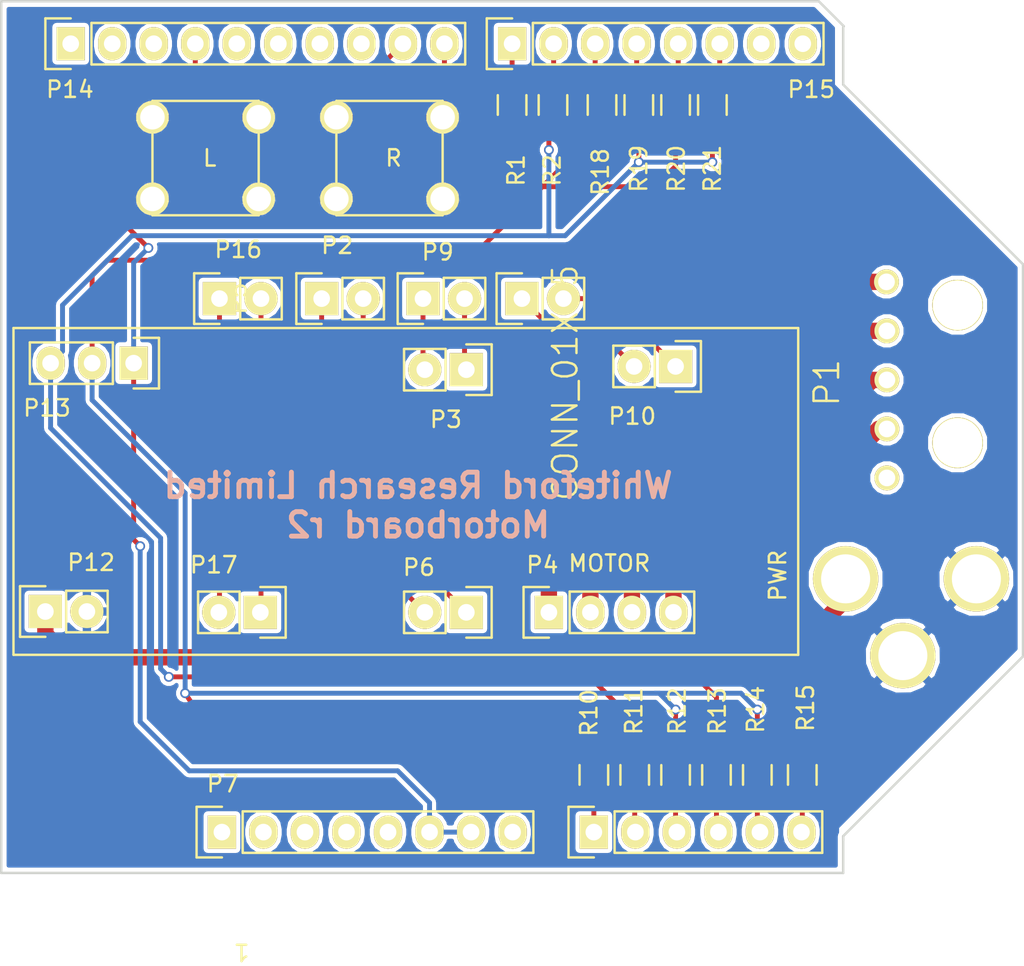
<source format=kicad_pcb>
(kicad_pcb (version 4) (host pcbnew "(2015-11-24 BZR 6329)-product")

  (general
    (links 50)
    (no_connects 0)
    (area 118.273 63.94 207.973 142.223333)
    (thickness 1.6)
    (drawings 16)
    (tracks 147)
    (zones 0)
    (modules 31)
    (nets 32)
  )

  (page A4)
  (title_block
    (date "lun. 30 mars 2015")
  )

  (layers
    (0 F.Cu signal)
    (31 B.Cu signal)
    (32 B.Adhes user)
    (33 F.Adhes user)
    (34 B.Paste user)
    (35 F.Paste user)
    (36 B.SilkS user)
    (37 F.SilkS user)
    (38 B.Mask user)
    (39 F.Mask user)
    (40 Dwgs.User user)
    (41 Cmts.User user)
    (42 Eco1.User user)
    (43 Eco2.User user)
    (44 Edge.Cuts user)
    (45 Margin user)
    (46 B.CrtYd user)
    (47 F.CrtYd user)
    (48 B.Fab user)
    (49 F.Fab user)
  )

  (setup
    (last_trace_width 0.3)
    (trace_clearance 0.2)
    (zone_clearance 0.254)
    (zone_45_only no)
    (trace_min 0.2)
    (segment_width 0.15)
    (edge_width 0.15)
    (via_size 0.6)
    (via_drill 0.4)
    (via_min_size 0.4)
    (via_min_drill 0.3)
    (uvia_size 0.3)
    (uvia_drill 0.1)
    (uvias_allowed no)
    (uvia_min_size 0.2)
    (uvia_min_drill 0.1)
    (pcb_text_width 0.3)
    (pcb_text_size 1.5 1.5)
    (mod_edge_width 0.15)
    (mod_text_size 1 1)
    (mod_text_width 0.15)
    (pad_size 1.524 1.524)
    (pad_drill 1.02)
    (pad_to_mask_clearance 0)
    (aux_axis_origin 110.998 126.365)
    (grid_origin 110.998 126.365)
    (visible_elements FFFFFF7F)
    (pcbplotparams
      (layerselection 0x010f0_80000001)
      (usegerberextensions false)
      (excludeedgelayer true)
      (linewidth 0.100000)
      (plotframeref false)
      (viasonmask false)
      (mode 1)
      (useauxorigin false)
      (hpglpennumber 1)
      (hpglpenspeed 20)
      (hpglpendiameter 15)
      (hpglpenoverlay 2)
      (psnegative false)
      (psa4output false)
      (plotreference true)
      (plotvalue true)
      (plotinvisibletext false)
      (padsonsilk false)
      (subtractmaskfromsilk false)
      (outputformat 1)
      (mirror false)
      (drillshape 0)
      (scaleselection 1)
      (outputdirectory gerbers/))
  )

  (net 0 "")
  (net 1 DGND)
  (net 2 "Net-(P2-Pad1)")
  (net 3 "Net-(P5-Pad1)")
  (net 4 "Net-(P8-Pad1)")
  (net 5 "Net-(P8-Pad2)")
  (net 6 "Net-(P8-Pad3)")
  (net 7 "Net-(P8-Pad4)")
  (net 8 "Net-(P8-Pad5)")
  (net 9 "Net-(P8-Pad6)")
  (net 10 "Net-(P10-Pad1)")
  (net 11 "Net-(P14-Pad9)")
  (net 12 "Net-(P14-Pad10)")
  (net 13 "Net-(P15-Pad3)")
  (net 14 "Net-(P15-Pad4)")
  (net 15 "Net-(P15-Pad5)")
  (net 16 "Net-(P15-Pad6)")
  (net 17 "Net-(P2-Pad2)")
  (net 18 "Net-(P5-Pad2)")
  (net 19 "Net-(P10-Pad2)")
  (net 20 GND)
  (net 21 +12V)
  (net 22 MOTSTEP)
  (net 23 MOTDIR)
  (net 24 "Net-(P16-Pad1)")
  (net 25 "Net-(P16-Pad2)")
  (net 26 "Net-(P1-Pad5)")
  (net 27 "Net-(P1-Pad4)")
  (net 28 "Net-(P1-Pad3)")
  (net 29 "Net-(P1-Pad2)")
  (net 30 "Net-(P15-Pad1)")
  (net 31 "Net-(P15-Pad2)")

  (net_class Default "This is the default net class."
    (clearance 0.2)
    (trace_width 0.3)
    (via_dia 0.6)
    (via_drill 0.4)
    (uvia_dia 0.3)
    (uvia_drill 0.1)
    (add_net DGND)
    (add_net MOTDIR)
    (add_net MOTSTEP)
    (add_net "Net-(P10-Pad1)")
    (add_net "Net-(P10-Pad2)")
    (add_net "Net-(P14-Pad10)")
    (add_net "Net-(P14-Pad9)")
    (add_net "Net-(P15-Pad1)")
    (add_net "Net-(P15-Pad2)")
    (add_net "Net-(P15-Pad3)")
    (add_net "Net-(P15-Pad4)")
    (add_net "Net-(P15-Pad5)")
    (add_net "Net-(P15-Pad6)")
    (add_net "Net-(P16-Pad1)")
    (add_net "Net-(P16-Pad2)")
    (add_net "Net-(P2-Pad1)")
    (add_net "Net-(P2-Pad2)")
    (add_net "Net-(P5-Pad1)")
    (add_net "Net-(P5-Pad2)")
    (add_net "Net-(P8-Pad1)")
    (add_net "Net-(P8-Pad2)")
    (add_net "Net-(P8-Pad3)")
    (add_net "Net-(P8-Pad4)")
    (add_net "Net-(P8-Pad5)")
    (add_net "Net-(P8-Pad6)")
  )

  (net_class pwr ""
    (clearance 0.2)
    (trace_width 1)
    (via_dia 1.2)
    (via_drill 1)
    (uvia_dia 0.3)
    (uvia_drill 0.1)
    (add_net +12V)
    (add_net GND)
    (add_net "Net-(P1-Pad2)")
    (add_net "Net-(P1-Pad3)")
    (add_net "Net-(P1-Pad4)")
    (add_net "Net-(P1-Pad5)")
  )

  (module mb:SW (layer F.Cu) (tedit 570A9CAF) (tstamp 56314A40)
    (at 138.248 82.615 180)
    (path /5631AEBC)
    (fp_text reference SW2 (at 0 -1.5 180) (layer F.SilkS) hide
      (effects (font (size 1 1) (thickness 0.15)))
    )
    (fp_text value L (at 0 0 180) (layer F.SilkS)
      (effects (font (size 1 1) (thickness 0.15)))
    )
    (fp_line (start 3.5 -3.5) (end -3 -3.5) (layer F.SilkS) (width 0.15))
    (fp_line (start -3 -3.5) (end -3 3.5) (layer F.SilkS) (width 0.15))
    (fp_line (start -3 3.5) (end 3.5 3.5) (layer F.SilkS) (width 0.15))
    (fp_line (start 3.5 3.5) (end 3.5 -3.5) (layer F.SilkS) (width 0.15))
    (pad 1 thru_hole circle (at 3.5 -2.5 180) (size 2 2) (drill 1.5) (layers *.Cu *.Mask F.SilkS)
      (net 20 GND))
    (pad 2 thru_hole circle (at 3.5 2.5 180) (size 2 2) (drill 1.5) (layers *.Cu *.Mask F.SilkS)
      (net 11 "Net-(P14-Pad9)"))
    (pad 1 thru_hole circle (at -3 -2.5 180) (size 2 2) (drill 1.5) (layers *.Cu *.Mask F.SilkS)
      (net 20 GND))
    (pad 2 thru_hole circle (at -3 2.5 180) (size 2 2) (drill 1.5) (layers *.Cu *.Mask F.SilkS)
      (net 11 "Net-(P14-Pad9)"))
  )

  (module mb:SW (layer F.Cu) (tedit 570A9C8A) (tstamp 56314A38)
    (at 149.498 82.615 180)
    (path /5631AF2D)
    (fp_text reference SW1 (at 0 -1.5 180) (layer F.SilkS) hide
      (effects (font (size 1 1) (thickness 0.15)))
    )
    (fp_text value R (at 0 0 180) (layer F.SilkS)
      (effects (font (size 1 1) (thickness 0.15)))
    )
    (fp_line (start 3.5 -3.5) (end -3 -3.5) (layer F.SilkS) (width 0.15))
    (fp_line (start -3 -3.5) (end -3 3.5) (layer F.SilkS) (width 0.15))
    (fp_line (start -3 3.5) (end 3.5 3.5) (layer F.SilkS) (width 0.15))
    (fp_line (start 3.5 3.5) (end 3.5 -3.5) (layer F.SilkS) (width 0.15))
    (pad 1 thru_hole circle (at 3.5 -2.5 180) (size 2 2) (drill 1.5) (layers *.Cu *.Mask F.SilkS)
      (net 20 GND))
    (pad 2 thru_hole circle (at 3.5 2.5 180) (size 2 2) (drill 1.5) (layers *.Cu *.Mask F.SilkS)
      (net 12 "Net-(P14-Pad10)"))
    (pad 1 thru_hole circle (at -3 -2.5 180) (size 2 2) (drill 1.5) (layers *.Cu *.Mask F.SilkS)
      (net 20 GND))
    (pad 2 thru_hole circle (at -3 2.5 180) (size 2 2) (drill 1.5) (layers *.Cu *.Mask F.SilkS)
      (net 12 "Net-(P14-Pad10)"))
  )

  (module mb:molex1445055 (layer F.Cu) (tedit 570A9B1F) (tstamp 5631381F)
    (at 180.998 96.365 90)
    (path /563187C9)
    (fp_text reference P1 (at 0 -5 270) (layer F.SilkS)
      (effects (font (size 1.5 1.5) (thickness 0.15)))
    )
    (fp_text value CONN_01X05 (at 0 -21 90) (layer F.SilkS)
      (effects (font (size 1.5 1.5) (thickness 0.15)))
    )
    (pad "" thru_hole circle (at 4.75 3 90) (size 3.1 3.1) (drill 3) (layers *.Cu *.Mask F.SilkS))
    (pad 5 thru_hole circle (at 6.175 -1.35 90) (size 1.524 1.524) (drill 1.02) (layers *.Cu *.Mask F.SilkS)
      (net 26 "Net-(P1-Pad5)"))
    (pad 4 thru_hole circle (at 3.175 -1.325 90) (size 1.524 1.524) (drill 1.02) (layers *.Cu *.Mask F.SilkS)
      (net 27 "Net-(P1-Pad4)"))
    (pad 3 thru_hole circle (at 0.175 -1.325 90) (size 1.524 1.524) (drill 1.02) (layers *.Cu *.Mask F.SilkS)
      (net 28 "Net-(P1-Pad3)"))
    (pad 2 thru_hole circle (at -2.825 -1.325 90) (size 1.524 1.524) (drill 1.02) (layers *.Cu *.Mask F.SilkS)
      (net 29 "Net-(P1-Pad2)"))
    (pad 1 thru_hole circle (at -5.825 -1.325 90) (size 1.524 1.524) (drill 1.02) (layers *.Cu *.Mask F.SilkS))
    (pad "" thru_hole circle (at -3.675 3 90) (size 3.1 3.1) (drill 3) (layers *.Cu *.Mask F.SilkS))
  )

  (module mb:PWR (layer F.Cu) (tedit 570A9C54) (tstamp 56314C13)
    (at 179.748 108.365 90)
    (path /5631676B)
    (fp_text reference PWR (at 0.2 -6.75 90) (layer F.SilkS)
      (effects (font (size 1 1) (thickness 0.15)))
    )
    (fp_text value CONN_01X02 (at -9 27.25 90) (layer F.SilkS) hide
      (effects (font (size 1 1) (thickness 0.15)))
    )
    (pad 2 thru_hole circle (at 0 -2.6 90) (size 4 4) (drill 3) (layers *.Cu *.Mask F.SilkS)
      (net 21 +12V))
    (pad 1 thru_hole circle (at 0 5.4 90) (size 4 4) (drill 3) (layers *.Cu *.Mask F.SilkS)
      (net 20 GND))
    (pad 1 thru_hole circle (at -4.7 0.9 90) (size 4 4) (drill 3) (layers *.Cu *.Mask F.SilkS)
      (net 20 GND))
  )

  (module Resistors_SMD:R_0805_HandSoldering (layer F.Cu) (tedit 56323076) (tstamp 55D884EE)
    (at 168.998 79.365 270)
    (descr "Resistor SMD 0805, hand soldering")
    (tags "resistor 0805")
    (path /55C907D2)
    (attr smd)
    (fp_text reference R21 (at 3.9 0 270) (layer F.SilkS)
      (effects (font (size 1 1) (thickness 0.15)))
    )
    (fp_text value R (at -13.5 -0.55 270) (layer F.Fab) hide
      (effects (font (size 1 1) (thickness 0.15)))
    )
    (fp_line (start -2.4 -1) (end 2.4 -1) (layer F.CrtYd) (width 0.05))
    (fp_line (start -2.4 1) (end 2.4 1) (layer F.CrtYd) (width 0.05))
    (fp_line (start -2.4 -1) (end -2.4 1) (layer F.CrtYd) (width 0.05))
    (fp_line (start 2.4 -1) (end 2.4 1) (layer F.CrtYd) (width 0.05))
    (fp_line (start 0.6 0.875) (end -0.6 0.875) (layer F.SilkS) (width 0.15))
    (fp_line (start -0.6 -0.875) (end 0.6 -0.875) (layer F.SilkS) (width 0.15))
    (pad 1 smd rect (at -1.35 0 270) (size 1.5 1.3) (layers F.Cu F.Paste F.Mask)
      (net 16 "Net-(P15-Pad6)"))
    (pad 2 smd rect (at 1.35 0 270) (size 1.5 1.3) (layers F.Cu F.Paste F.Mask)
      (net 23 MOTDIR))
    (model Resistors_SMD.3dshapes/R_0805_HandSoldering.wrl
      (at (xyz 0 0 0))
      (scale (xyz 1 1 1))
      (rotate (xyz 0 0 0))
    )
  )

  (module Resistors_SMD:R_0805_HandSoldering (layer F.Cu) (tedit 5632307B) (tstamp 55D884E3)
    (at 166.748 79.365 270)
    (descr "Resistor SMD 0805, hand soldering")
    (tags "resistor 0805")
    (path /55C90873)
    (attr smd)
    (fp_text reference R20 (at 3.9 -0.05 270) (layer F.SilkS)
      (effects (font (size 1 1) (thickness 0.15)))
    )
    (fp_text value R (at -12.4 -0.4 270) (layer F.Fab) hide
      (effects (font (size 1 1) (thickness 0.15)))
    )
    (fp_line (start -2.4 -1) (end 2.4 -1) (layer F.CrtYd) (width 0.05))
    (fp_line (start -2.4 1) (end 2.4 1) (layer F.CrtYd) (width 0.05))
    (fp_line (start -2.4 -1) (end -2.4 1) (layer F.CrtYd) (width 0.05))
    (fp_line (start 2.4 -1) (end 2.4 1) (layer F.CrtYd) (width 0.05))
    (fp_line (start 0.6 0.875) (end -0.6 0.875) (layer F.SilkS) (width 0.15))
    (fp_line (start -0.6 -0.875) (end 0.6 -0.875) (layer F.SilkS) (width 0.15))
    (pad 1 smd rect (at -1.35 0 270) (size 1.5 1.3) (layers F.Cu F.Paste F.Mask)
      (net 15 "Net-(P15-Pad5)"))
    (pad 2 smd rect (at 1.35 0 270) (size 1.5 1.3) (layers F.Cu F.Paste F.Mask)
      (net 22 MOTSTEP))
    (model Resistors_SMD.3dshapes/R_0805_HandSoldering.wrl
      (at (xyz 0 0 0))
      (scale (xyz 1 1 1))
      (rotate (xyz 0 0 0))
    )
  )

  (module Resistors_SMD:R_0805_HandSoldering (layer F.Cu) (tedit 56323084) (tstamp 55D884D8)
    (at 164.498 79.365 270)
    (descr "Resistor SMD 0805, hand soldering")
    (tags "resistor 0805")
    (path /55C908CF)
    (attr smd)
    (fp_text reference R19 (at 3.9 0 270) (layer F.SilkS)
      (effects (font (size 1 1) (thickness 0.15)))
    )
    (fp_text value R (at -9.4 1.8 270) (layer F.Fab) hide
      (effects (font (size 1 1) (thickness 0.15)))
    )
    (fp_line (start -2.4 -1) (end 2.4 -1) (layer F.CrtYd) (width 0.05))
    (fp_line (start -2.4 1) (end 2.4 1) (layer F.CrtYd) (width 0.05))
    (fp_line (start -2.4 -1) (end -2.4 1) (layer F.CrtYd) (width 0.05))
    (fp_line (start 2.4 -1) (end 2.4 1) (layer F.CrtYd) (width 0.05))
    (fp_line (start 0.6 0.875) (end -0.6 0.875) (layer F.SilkS) (width 0.15))
    (fp_line (start -0.6 -0.875) (end 0.6 -0.875) (layer F.SilkS) (width 0.15))
    (pad 1 smd rect (at -1.35 0 270) (size 1.5 1.3) (layers F.Cu F.Paste F.Mask)
      (net 14 "Net-(P15-Pad4)"))
    (pad 2 smd rect (at 1.35 0 270) (size 1.5 1.3) (layers F.Cu F.Paste F.Mask)
      (net 23 MOTDIR))
    (model Resistors_SMD.3dshapes/R_0805_HandSoldering.wrl
      (at (xyz 0 0 0))
      (scale (xyz 1 1 1))
      (rotate (xyz 0 0 0))
    )
  )

  (module Resistors_SMD:R_0805_HandSoldering (layer F.Cu) (tedit 5632307F) (tstamp 55D884CD)
    (at 162.248 79.365 270)
    (descr "Resistor SMD 0805, hand soldering")
    (tags "resistor 0805")
    (path /55C9092E)
    (attr smd)
    (fp_text reference R18 (at 4.1 0.1 270) (layer F.SilkS)
      (effects (font (size 1 1) (thickness 0.15)))
    )
    (fp_text value R (at -10.4 -2.4 270) (layer F.Fab) hide
      (effects (font (size 1 1) (thickness 0.15)))
    )
    (fp_line (start -2.4 -1) (end 2.4 -1) (layer F.CrtYd) (width 0.05))
    (fp_line (start -2.4 1) (end 2.4 1) (layer F.CrtYd) (width 0.05))
    (fp_line (start -2.4 -1) (end -2.4 1) (layer F.CrtYd) (width 0.05))
    (fp_line (start 2.4 -1) (end 2.4 1) (layer F.CrtYd) (width 0.05))
    (fp_line (start 0.6 0.875) (end -0.6 0.875) (layer F.SilkS) (width 0.15))
    (fp_line (start -0.6 -0.875) (end 0.6 -0.875) (layer F.SilkS) (width 0.15))
    (pad 1 smd rect (at -1.35 0 270) (size 1.5 1.3) (layers F.Cu F.Paste F.Mask)
      (net 13 "Net-(P15-Pad3)"))
    (pad 2 smd rect (at 1.35 0 270) (size 1.5 1.3) (layers F.Cu F.Paste F.Mask)
      (net 22 MOTSTEP))
    (model Resistors_SMD.3dshapes/R_0805_HandSoldering.wrl
      (at (xyz 0 0 0))
      (scale (xyz 1 1 1))
      (rotate (xyz 0 0 0))
    )
  )

  (module Resistors_SMD:R_0805_HandSoldering (layer F.Cu) (tedit 56323059) (tstamp 55D884AC)
    (at 174.498 120.365 270)
    (descr "Resistor SMD 0805, hand soldering")
    (tags "resistor 0805")
    (path /55C90762)
    (attr smd)
    (fp_text reference R15 (at -4.1 -0.2 450) (layer F.SilkS)
      (effects (font (size 1 1) (thickness 0.15)))
    )
    (fp_text value R (at 8 -5.8 270) (layer F.Fab) hide
      (effects (font (size 1 1) (thickness 0.15)))
    )
    (fp_line (start -2.4 -1) (end 2.4 -1) (layer F.CrtYd) (width 0.05))
    (fp_line (start -2.4 1) (end 2.4 1) (layer F.CrtYd) (width 0.05))
    (fp_line (start -2.4 -1) (end -2.4 1) (layer F.CrtYd) (width 0.05))
    (fp_line (start 2.4 -1) (end 2.4 1) (layer F.CrtYd) (width 0.05))
    (fp_line (start 0.6 0.875) (end -0.6 0.875) (layer F.SilkS) (width 0.15))
    (fp_line (start -0.6 -0.875) (end 0.6 -0.875) (layer F.SilkS) (width 0.15))
    (pad 1 smd rect (at -1.35 0 270) (size 1.5 1.3) (layers F.Cu F.Paste F.Mask)
      (net 23 MOTDIR))
    (pad 2 smd rect (at 1.35 0 270) (size 1.5 1.3) (layers F.Cu F.Paste F.Mask)
      (net 9 "Net-(P8-Pad6)"))
    (model Resistors_SMD.3dshapes/R_0805_HandSoldering.wrl
      (at (xyz 0 0 0))
      (scale (xyz 1 1 1))
      (rotate (xyz 0 0 0))
    )
  )

  (module Resistors_SMD:R_0805_HandSoldering (layer F.Cu) (tedit 5632305E) (tstamp 55D884A1)
    (at 171.748 120.365 270)
    (descr "Resistor SMD 0805, hand soldering")
    (tags "resistor 0805")
    (path /55C906CB)
    (attr smd)
    (fp_text reference R14 (at -4 0.1 450) (layer F.SilkS)
      (effects (font (size 1 1) (thickness 0.15)))
    )
    (fp_text value R (at 13.35 -2.25 270) (layer F.Fab) hide
      (effects (font (size 1 1) (thickness 0.15)))
    )
    (fp_line (start -2.4 -1) (end 2.4 -1) (layer F.CrtYd) (width 0.05))
    (fp_line (start -2.4 1) (end 2.4 1) (layer F.CrtYd) (width 0.05))
    (fp_line (start -2.4 -1) (end -2.4 1) (layer F.CrtYd) (width 0.05))
    (fp_line (start 2.4 -1) (end 2.4 1) (layer F.CrtYd) (width 0.05))
    (fp_line (start 0.6 0.875) (end -0.6 0.875) (layer F.SilkS) (width 0.15))
    (fp_line (start -0.6 -0.875) (end 0.6 -0.875) (layer F.SilkS) (width 0.15))
    (pad 1 smd rect (at -1.35 0 270) (size 1.5 1.3) (layers F.Cu F.Paste F.Mask)
      (net 22 MOTSTEP))
    (pad 2 smd rect (at 1.35 0 270) (size 1.5 1.3) (layers F.Cu F.Paste F.Mask)
      (net 8 "Net-(P8-Pad5)"))
    (model Resistors_SMD.3dshapes/R_0805_HandSoldering.wrl
      (at (xyz 0 0 0))
      (scale (xyz 1 1 1))
      (rotate (xyz 0 0 0))
    )
  )

  (module Resistors_SMD:R_0805_HandSoldering (layer F.Cu) (tedit 5632304E) (tstamp 55D88496)
    (at 169.248 120.365 270)
    (descr "Resistor SMD 0805, hand soldering")
    (tags "resistor 0805")
    (path /55C90663)
    (attr smd)
    (fp_text reference R13 (at -3.9 -0.05 270) (layer F.SilkS)
      (effects (font (size 1 1) (thickness 0.15)))
    )
    (fp_text value R (at 11.3 -2.05 270) (layer F.Fab) hide
      (effects (font (size 1 1) (thickness 0.15)))
    )
    (fp_line (start -2.4 -1) (end 2.4 -1) (layer F.CrtYd) (width 0.05))
    (fp_line (start -2.4 1) (end 2.4 1) (layer F.CrtYd) (width 0.05))
    (fp_line (start -2.4 -1) (end -2.4 1) (layer F.CrtYd) (width 0.05))
    (fp_line (start 2.4 -1) (end 2.4 1) (layer F.CrtYd) (width 0.05))
    (fp_line (start 0.6 0.875) (end -0.6 0.875) (layer F.SilkS) (width 0.15))
    (fp_line (start -0.6 -0.875) (end 0.6 -0.875) (layer F.SilkS) (width 0.15))
    (pad 1 smd rect (at -1.35 0 270) (size 1.5 1.3) (layers F.Cu F.Paste F.Mask)
      (net 23 MOTDIR))
    (pad 2 smd rect (at 1.35 0 270) (size 1.5 1.3) (layers F.Cu F.Paste F.Mask)
      (net 7 "Net-(P8-Pad4)"))
    (model Resistors_SMD.3dshapes/R_0805_HandSoldering.wrl
      (at (xyz 0 0 0))
      (scale (xyz 1 1 1))
      (rotate (xyz 0 0 0))
    )
  )

  (module Resistors_SMD:R_0805_HandSoldering (layer F.Cu) (tedit 56323045) (tstamp 55D8848B)
    (at 166.748 120.365 270)
    (descr "Resistor SMD 0805, hand soldering")
    (tags "resistor 0805")
    (path /55C905E4)
    (attr smd)
    (fp_text reference R12 (at -3.9 -0.1 450) (layer F.SilkS)
      (effects (font (size 1 1) (thickness 0.15)))
    )
    (fp_text value R (at 11.65 -1.9 270) (layer F.Fab) hide
      (effects (font (size 1 1) (thickness 0.15)))
    )
    (fp_line (start -2.4 -1) (end 2.4 -1) (layer F.CrtYd) (width 0.05))
    (fp_line (start -2.4 1) (end 2.4 1) (layer F.CrtYd) (width 0.05))
    (fp_line (start -2.4 -1) (end -2.4 1) (layer F.CrtYd) (width 0.05))
    (fp_line (start 2.4 -1) (end 2.4 1) (layer F.CrtYd) (width 0.05))
    (fp_line (start 0.6 0.875) (end -0.6 0.875) (layer F.SilkS) (width 0.15))
    (fp_line (start -0.6 -0.875) (end 0.6 -0.875) (layer F.SilkS) (width 0.15))
    (pad 1 smd rect (at -1.35 0 270) (size 1.5 1.3) (layers F.Cu F.Paste F.Mask)
      (net 22 MOTSTEP))
    (pad 2 smd rect (at 1.35 0 270) (size 1.5 1.3) (layers F.Cu F.Paste F.Mask)
      (net 6 "Net-(P8-Pad3)"))
    (model Resistors_SMD.3dshapes/R_0805_HandSoldering.wrl
      (at (xyz 0 0 0))
      (scale (xyz 1 1 1))
      (rotate (xyz 0 0 0))
    )
  )

  (module Resistors_SMD:R_0805_HandSoldering (layer F.Cu) (tedit 56323054) (tstamp 55D88480)
    (at 164.248 120.365 270)
    (descr "Resistor SMD 0805, hand soldering")
    (tags "resistor 0805")
    (path /55C8DBDC)
    (attr smd)
    (fp_text reference R11 (at -3.9 0.05 450) (layer F.SilkS)
      (effects (font (size 1 1) (thickness 0.15)))
    )
    (fp_text value R (at 13.8 -7.05 270) (layer F.Fab) hide
      (effects (font (size 1 1) (thickness 0.15)))
    )
    (fp_line (start -2.4 -1) (end 2.4 -1) (layer F.CrtYd) (width 0.05))
    (fp_line (start -2.4 1) (end 2.4 1) (layer F.CrtYd) (width 0.05))
    (fp_line (start -2.4 -1) (end -2.4 1) (layer F.CrtYd) (width 0.05))
    (fp_line (start 2.4 -1) (end 2.4 1) (layer F.CrtYd) (width 0.05))
    (fp_line (start 0.6 0.875) (end -0.6 0.875) (layer F.SilkS) (width 0.15))
    (fp_line (start -0.6 -0.875) (end 0.6 -0.875) (layer F.SilkS) (width 0.15))
    (pad 1 smd rect (at -1.35 0 270) (size 1.5 1.3) (layers F.Cu F.Paste F.Mask)
      (net 23 MOTDIR))
    (pad 2 smd rect (at 1.35 0 270) (size 1.5 1.3) (layers F.Cu F.Paste F.Mask)
      (net 5 "Net-(P8-Pad2)"))
    (model Resistors_SMD.3dshapes/R_0805_HandSoldering.wrl
      (at (xyz 0 0 0))
      (scale (xyz 1 1 1))
      (rotate (xyz 0 0 0))
    )
  )

  (module Resistors_SMD:R_0805_HandSoldering (layer F.Cu) (tedit 56323049) (tstamp 55D88475)
    (at 161.748 120.365 270)
    (descr "Resistor SMD 0805, hand soldering")
    (tags "resistor 0805")
    (path /55C8DB40)
    (attr smd)
    (fp_text reference R10 (at -3.8 0.3 450) (layer F.SilkS)
      (effects (font (size 1 1) (thickness 0.15)))
    )
    (fp_text value R (at 10.75 2.9 270) (layer F.Fab) hide
      (effects (font (size 1 1) (thickness 0.15)))
    )
    (fp_line (start -2.4 -1) (end 2.4 -1) (layer F.CrtYd) (width 0.05))
    (fp_line (start -2.4 1) (end 2.4 1) (layer F.CrtYd) (width 0.05))
    (fp_line (start -2.4 -1) (end -2.4 1) (layer F.CrtYd) (width 0.05))
    (fp_line (start 2.4 -1) (end 2.4 1) (layer F.CrtYd) (width 0.05))
    (fp_line (start 0.6 0.875) (end -0.6 0.875) (layer F.SilkS) (width 0.15))
    (fp_line (start -0.6 -0.875) (end 0.6 -0.875) (layer F.SilkS) (width 0.15))
    (pad 1 smd rect (at -1.35 0 270) (size 1.5 1.3) (layers F.Cu F.Paste F.Mask)
      (net 22 MOTSTEP))
    (pad 2 smd rect (at 1.35 0 270) (size 1.5 1.3) (layers F.Cu F.Paste F.Mask)
      (net 4 "Net-(P8-Pad1)"))
    (model Resistors_SMD.3dshapes/R_0805_HandSoldering.wrl
      (at (xyz 0 0 0))
      (scale (xyz 1 1 1))
      (rotate (xyz 0 0 0))
    )
  )

  (module Pin_Headers:Pin_Header_Straight_1x08 (layer F.Cu) (tedit 56323071) (tstamp 55C28E67)
    (at 156.748 75.615 90)
    (descr "Through hole pin header")
    (tags "pin header")
    (path /55C619D6)
    (fp_text reference P15 (at -2.8 18.3 180) (layer F.SilkS)
      (effects (font (size 1 1) (thickness 0.15)))
    )
    (fp_text value ARD_DIGITAL (at 9.55 -0.1 180) (layer F.Fab) hide
      (effects (font (size 1 1) (thickness 0.15)))
    )
    (fp_line (start -1.75 -1.75) (end -1.75 19.55) (layer F.CrtYd) (width 0.05))
    (fp_line (start 1.75 -1.75) (end 1.75 19.55) (layer F.CrtYd) (width 0.05))
    (fp_line (start -1.75 -1.75) (end 1.75 -1.75) (layer F.CrtYd) (width 0.05))
    (fp_line (start -1.75 19.55) (end 1.75 19.55) (layer F.CrtYd) (width 0.05))
    (fp_line (start 1.27 1.27) (end 1.27 19.05) (layer F.SilkS) (width 0.15))
    (fp_line (start 1.27 19.05) (end -1.27 19.05) (layer F.SilkS) (width 0.15))
    (fp_line (start -1.27 19.05) (end -1.27 1.27) (layer F.SilkS) (width 0.15))
    (fp_line (start 1.55 -1.55) (end 1.55 0) (layer F.SilkS) (width 0.15))
    (fp_line (start 1.27 1.27) (end -1.27 1.27) (layer F.SilkS) (width 0.15))
    (fp_line (start -1.55 0) (end -1.55 -1.55) (layer F.SilkS) (width 0.15))
    (fp_line (start -1.55 -1.55) (end 1.55 -1.55) (layer F.SilkS) (width 0.15))
    (pad 1 thru_hole rect (at 0 0 90) (size 2.032 1.7272) (drill 1.016) (layers *.Cu *.Mask F.SilkS)
      (net 30 "Net-(P15-Pad1)"))
    (pad 2 thru_hole oval (at 0 2.54 90) (size 2.032 1.7272) (drill 1.016) (layers *.Cu *.Mask F.SilkS)
      (net 31 "Net-(P15-Pad2)"))
    (pad 3 thru_hole oval (at 0 5.08 90) (size 2.032 1.7272) (drill 1.016) (layers *.Cu *.Mask F.SilkS)
      (net 13 "Net-(P15-Pad3)"))
    (pad 4 thru_hole oval (at 0 7.62 90) (size 2.032 1.7272) (drill 1.016) (layers *.Cu *.Mask F.SilkS)
      (net 14 "Net-(P15-Pad4)"))
    (pad 5 thru_hole oval (at 0 10.16 90) (size 2.032 1.7272) (drill 1.016) (layers *.Cu *.Mask F.SilkS)
      (net 15 "Net-(P15-Pad5)"))
    (pad 6 thru_hole oval (at 0 12.7 90) (size 2.032 1.7272) (drill 1.016) (layers *.Cu *.Mask F.SilkS)
      (net 16 "Net-(P15-Pad6)"))
    (pad 7 thru_hole oval (at 0 15.24 90) (size 2.032 1.7272) (drill 1.016) (layers *.Cu *.Mask F.SilkS))
    (pad 8 thru_hole oval (at 0 17.78 90) (size 2.032 1.7272) (drill 1.016) (layers *.Cu *.Mask F.SilkS))
    (model Pin_Headers.3dshapes/Pin_Header_Straight_1x08.wrl
      (at (xyz 0 -0.35 0))
      (scale (xyz 1 1 1))
      (rotate (xyz 0 0 90))
    )
  )

  (module Pin_Headers:Pin_Header_Straight_1x10 (layer F.Cu) (tedit 56323000) (tstamp 55C28E5B)
    (at 129.748 75.615 90)
    (descr "Through hole pin header")
    (tags "pin header")
    (path /55C61B7C)
    (fp_text reference P14 (at -2.8 -0.05 180) (layer F.SilkS)
      (effects (font (size 1 1) (thickness 0.15)))
    )
    (fp_text value ARD_DIGITAL2 (at 10.55 0.6 180) (layer F.Fab) hide
      (effects (font (size 1 1) (thickness 0.15)))
    )
    (fp_line (start -1.75 -1.75) (end -1.75 24.65) (layer F.CrtYd) (width 0.05))
    (fp_line (start 1.75 -1.75) (end 1.75 24.65) (layer F.CrtYd) (width 0.05))
    (fp_line (start -1.75 -1.75) (end 1.75 -1.75) (layer F.CrtYd) (width 0.05))
    (fp_line (start -1.75 24.65) (end 1.75 24.65) (layer F.CrtYd) (width 0.05))
    (fp_line (start 1.27 1.27) (end 1.27 24.13) (layer F.SilkS) (width 0.15))
    (fp_line (start 1.27 24.13) (end -1.27 24.13) (layer F.SilkS) (width 0.15))
    (fp_line (start -1.27 24.13) (end -1.27 1.27) (layer F.SilkS) (width 0.15))
    (fp_line (start 1.55 -1.55) (end 1.55 0) (layer F.SilkS) (width 0.15))
    (fp_line (start 1.27 1.27) (end -1.27 1.27) (layer F.SilkS) (width 0.15))
    (fp_line (start -1.55 0) (end -1.55 -1.55) (layer F.SilkS) (width 0.15))
    (fp_line (start -1.55 -1.55) (end 1.55 -1.55) (layer F.SilkS) (width 0.15))
    (pad 1 thru_hole rect (at 0 0 90) (size 2.032 1.7272) (drill 1.016) (layers *.Cu *.Mask F.SilkS))
    (pad 2 thru_hole oval (at 0 2.54 90) (size 2.032 1.7272) (drill 1.016) (layers *.Cu *.Mask F.SilkS))
    (pad 3 thru_hole oval (at 0 5.08 90) (size 2.032 1.7272) (drill 1.016) (layers *.Cu *.Mask F.SilkS))
    (pad 4 thru_hole oval (at 0 7.62 90) (size 2.032 1.7272) (drill 1.016) (layers *.Cu *.Mask F.SilkS)
      (net 1 DGND))
    (pad 5 thru_hole oval (at 0 10.16 90) (size 2.032 1.7272) (drill 1.016) (layers *.Cu *.Mask F.SilkS))
    (pad 6 thru_hole oval (at 0 12.7 90) (size 2.032 1.7272) (drill 1.016) (layers *.Cu *.Mask F.SilkS))
    (pad 7 thru_hole oval (at 0 15.24 90) (size 2.032 1.7272) (drill 1.016) (layers *.Cu *.Mask F.SilkS))
    (pad 8 thru_hole oval (at 0 17.78 90) (size 2.032 1.7272) (drill 1.016) (layers *.Cu *.Mask F.SilkS))
    (pad 9 thru_hole oval (at 0 20.32 90) (size 2.032 1.7272) (drill 1.016) (layers *.Cu *.Mask F.SilkS)
      (net 11 "Net-(P14-Pad9)"))
    (pad 10 thru_hole oval (at 0 22.86 90) (size 2.032 1.7272) (drill 1.016) (layers *.Cu *.Mask F.SilkS)
      (net 12 "Net-(P14-Pad10)"))
    (model Pin_Headers.3dshapes/Pin_Header_Straight_1x10.wrl
      (at (xyz 0 -0.45 0))
      (scale (xyz 1 1 1))
      (rotate (xyz 0 0 90))
    )
  )

  (module Pin_Headers:Pin_Header_Straight_1x02 (layer F.Cu) (tedit 570A9A42) (tstamp 55C28E47)
    (at 128.198 110.365 90)
    (descr "Through hole pin header")
    (tags "pin header")
    (path /56315FDB)
    (fp_text reference P12 (at 3 2.8 180) (layer F.SilkS)
      (effects (font (size 1 1) (thickness 0.15)))
    )
    (fp_text value PWRIN (at 0 -3.1 90) (layer F.Fab) hide
      (effects (font (size 1 1) (thickness 0.15)))
    )
    (fp_line (start 1.27 1.27) (end 1.27 3.81) (layer F.SilkS) (width 0.15))
    (fp_line (start 1.55 -1.55) (end 1.55 0) (layer F.SilkS) (width 0.15))
    (fp_line (start -1.75 -1.75) (end -1.75 4.3) (layer F.CrtYd) (width 0.05))
    (fp_line (start 1.75 -1.75) (end 1.75 4.3) (layer F.CrtYd) (width 0.05))
    (fp_line (start -1.75 -1.75) (end 1.75 -1.75) (layer F.CrtYd) (width 0.05))
    (fp_line (start -1.75 4.3) (end 1.75 4.3) (layer F.CrtYd) (width 0.05))
    (fp_line (start 1.27 1.27) (end -1.27 1.27) (layer F.SilkS) (width 0.15))
    (fp_line (start -1.55 0) (end -1.55 -1.55) (layer F.SilkS) (width 0.15))
    (fp_line (start -1.55 -1.55) (end 1.55 -1.55) (layer F.SilkS) (width 0.15))
    (fp_line (start -1.27 1.27) (end -1.27 3.81) (layer F.SilkS) (width 0.15))
    (fp_line (start -1.27 3.81) (end 1.27 3.81) (layer F.SilkS) (width 0.15))
    (pad 1 thru_hole rect (at 0 0 90) (size 2.032 2.032) (drill 1.016) (layers *.Cu *.Mask F.SilkS)
      (net 21 +12V))
    (pad 2 thru_hole oval (at 0 2.54 90) (size 2.032 2.032) (drill 1.016) (layers *.Cu *.Mask F.SilkS)
      (net 20 GND))
    (model Pin_Headers.3dshapes/Pin_Header_Straight_1x02.wrl
      (at (xyz 0 -0.05 0))
      (scale (xyz 1 1 1))
      (rotate (xyz 0 0 90))
    )
  )

  (module Pin_Headers:Pin_Header_Straight_1x06 (layer F.Cu) (tedit 5632303B) (tstamp 55C28E32)
    (at 161.748 123.865 90)
    (descr "Through hole pin header")
    (tags "pin header")
    (path /55C61A6B)
    (fp_text reference P8 (at 0 -5.1 90) (layer F.SilkS)
      (effects (font (size 1 1) (thickness 0.15)))
    )
    (fp_text value ARD_ANALOG (at -4.25 6.2 180) (layer F.Fab) hide
      (effects (font (size 1 1) (thickness 0.15)))
    )
    (fp_line (start -1.75 -1.75) (end -1.75 14.45) (layer F.CrtYd) (width 0.05))
    (fp_line (start 1.75 -1.75) (end 1.75 14.45) (layer F.CrtYd) (width 0.05))
    (fp_line (start -1.75 -1.75) (end 1.75 -1.75) (layer F.CrtYd) (width 0.05))
    (fp_line (start -1.75 14.45) (end 1.75 14.45) (layer F.CrtYd) (width 0.05))
    (fp_line (start 1.27 1.27) (end 1.27 13.97) (layer F.SilkS) (width 0.15))
    (fp_line (start 1.27 13.97) (end -1.27 13.97) (layer F.SilkS) (width 0.15))
    (fp_line (start -1.27 13.97) (end -1.27 1.27) (layer F.SilkS) (width 0.15))
    (fp_line (start 1.55 -1.55) (end 1.55 0) (layer F.SilkS) (width 0.15))
    (fp_line (start 1.27 1.27) (end -1.27 1.27) (layer F.SilkS) (width 0.15))
    (fp_line (start -1.55 0) (end -1.55 -1.55) (layer F.SilkS) (width 0.15))
    (fp_line (start -1.55 -1.55) (end 1.55 -1.55) (layer F.SilkS) (width 0.15))
    (pad 1 thru_hole rect (at 0 0 90) (size 2.032 1.7272) (drill 1.016) (layers *.Cu *.Mask F.SilkS)
      (net 4 "Net-(P8-Pad1)"))
    (pad 2 thru_hole oval (at 0 2.54 90) (size 2.032 1.7272) (drill 1.016) (layers *.Cu *.Mask F.SilkS)
      (net 5 "Net-(P8-Pad2)"))
    (pad 3 thru_hole oval (at 0 5.08 90) (size 2.032 1.7272) (drill 1.016) (layers *.Cu *.Mask F.SilkS)
      (net 6 "Net-(P8-Pad3)"))
    (pad 4 thru_hole oval (at 0 7.62 90) (size 2.032 1.7272) (drill 1.016) (layers *.Cu *.Mask F.SilkS)
      (net 7 "Net-(P8-Pad4)"))
    (pad 5 thru_hole oval (at 0 10.16 90) (size 2.032 1.7272) (drill 1.016) (layers *.Cu *.Mask F.SilkS)
      (net 8 "Net-(P8-Pad5)"))
    (pad 6 thru_hole oval (at 0 12.7 90) (size 2.032 1.7272) (drill 1.016) (layers *.Cu *.Mask F.SilkS)
      (net 9 "Net-(P8-Pad6)"))
    (model Pin_Headers.3dshapes/Pin_Header_Straight_1x06.wrl
      (at (xyz 0 -0.25 0))
      (scale (xyz 1 1 1))
      (rotate (xyz 0 0 90))
    )
  )

  (module Pin_Headers:Pin_Header_Straight_1x08 (layer F.Cu) (tedit 56323040) (tstamp 55C28E28)
    (at 138.998 123.865 90)
    (descr "Through hole pin header")
    (tags "pin header")
    (path /55C61B01)
    (fp_text reference P7 (at 2.95 0.05 180) (layer F.SilkS)
      (effects (font (size 1 1) (thickness 0.15)))
    )
    (fp_text value ARD_PWR (at -5.05 9.8 180) (layer F.Fab) hide
      (effects (font (size 1 1) (thickness 0.15)))
    )
    (fp_line (start -1.75 -1.75) (end -1.75 19.55) (layer F.CrtYd) (width 0.05))
    (fp_line (start 1.75 -1.75) (end 1.75 19.55) (layer F.CrtYd) (width 0.05))
    (fp_line (start -1.75 -1.75) (end 1.75 -1.75) (layer F.CrtYd) (width 0.05))
    (fp_line (start -1.75 19.55) (end 1.75 19.55) (layer F.CrtYd) (width 0.05))
    (fp_line (start 1.27 1.27) (end 1.27 19.05) (layer F.SilkS) (width 0.15))
    (fp_line (start 1.27 19.05) (end -1.27 19.05) (layer F.SilkS) (width 0.15))
    (fp_line (start -1.27 19.05) (end -1.27 1.27) (layer F.SilkS) (width 0.15))
    (fp_line (start 1.55 -1.55) (end 1.55 0) (layer F.SilkS) (width 0.15))
    (fp_line (start 1.27 1.27) (end -1.27 1.27) (layer F.SilkS) (width 0.15))
    (fp_line (start -1.55 0) (end -1.55 -1.55) (layer F.SilkS) (width 0.15))
    (fp_line (start -1.55 -1.55) (end 1.55 -1.55) (layer F.SilkS) (width 0.15))
    (pad 1 thru_hole rect (at 0 0 90) (size 2.032 1.7272) (drill 1.016) (layers *.Cu *.Mask F.SilkS))
    (pad 2 thru_hole oval (at 0 2.54 90) (size 2.032 1.7272) (drill 1.016) (layers *.Cu *.Mask F.SilkS))
    (pad 3 thru_hole oval (at 0 5.08 90) (size 2.032 1.7272) (drill 1.016) (layers *.Cu *.Mask F.SilkS))
    (pad 4 thru_hole oval (at 0 7.62 90) (size 2.032 1.7272) (drill 1.016) (layers *.Cu *.Mask F.SilkS))
    (pad 5 thru_hole oval (at 0 10.16 90) (size 2.032 1.7272) (drill 1.016) (layers *.Cu *.Mask F.SilkS))
    (pad 6 thru_hole oval (at 0 12.7 90) (size 2.032 1.7272) (drill 1.016) (layers *.Cu *.Mask F.SilkS)
      (net 1 DGND))
    (pad 7 thru_hole oval (at 0 15.24 90) (size 2.032 1.7272) (drill 1.016) (layers *.Cu *.Mask F.SilkS)
      (net 1 DGND))
    (pad 8 thru_hole oval (at 0 17.78 90) (size 2.032 1.7272) (drill 1.016) (layers *.Cu *.Mask F.SilkS))
    (model Pin_Headers.3dshapes/Pin_Header_Straight_1x08.wrl
      (at (xyz 0 -0.35 0))
      (scale (xyz 1 1 1))
      (rotate (xyz 0 0 90))
    )
  )

  (module Pin_Headers:Pin_Header_Straight_1x02 (layer F.Cu) (tedit 5632300A) (tstamp 56313825)
    (at 151.298 91.215 90)
    (descr "Through hole pin header")
    (tags "pin header")
    (path /56316A04)
    (fp_text reference P2 (at 3.25 -5.25 180) (layer F.SilkS)
      (effects (font (size 1 1) (thickness 0.15)))
    )
    (fp_text value CONN_01X02 (at 0.3 -31.65 90) (layer F.Fab) hide
      (effects (font (size 1 1) (thickness 0.15)))
    )
    (fp_line (start 1.27 1.27) (end 1.27 3.81) (layer F.SilkS) (width 0.15))
    (fp_line (start 1.55 -1.55) (end 1.55 0) (layer F.SilkS) (width 0.15))
    (fp_line (start -1.75 -1.75) (end -1.75 4.3) (layer F.CrtYd) (width 0.05))
    (fp_line (start 1.75 -1.75) (end 1.75 4.3) (layer F.CrtYd) (width 0.05))
    (fp_line (start -1.75 -1.75) (end 1.75 -1.75) (layer F.CrtYd) (width 0.05))
    (fp_line (start -1.75 4.3) (end 1.75 4.3) (layer F.CrtYd) (width 0.05))
    (fp_line (start 1.27 1.27) (end -1.27 1.27) (layer F.SilkS) (width 0.15))
    (fp_line (start -1.55 0) (end -1.55 -1.55) (layer F.SilkS) (width 0.15))
    (fp_line (start -1.55 -1.55) (end 1.55 -1.55) (layer F.SilkS) (width 0.15))
    (fp_line (start -1.27 1.27) (end -1.27 3.81) (layer F.SilkS) (width 0.15))
    (fp_line (start -1.27 3.81) (end 1.27 3.81) (layer F.SilkS) (width 0.15))
    (pad 1 thru_hole rect (at 0 0 90) (size 2.032 2.032) (drill 1.016) (layers *.Cu *.Mask F.SilkS)
      (net 2 "Net-(P2-Pad1)"))
    (pad 2 thru_hole oval (at 0 2.54 90) (size 2.032 2.032) (drill 1.016) (layers *.Cu *.Mask F.SilkS)
      (net 17 "Net-(P2-Pad2)"))
    (model Pin_Headers.3dshapes/Pin_Header_Straight_1x02.wrl
      (at (xyz 0 -0.05 0))
      (scale (xyz 1 1 1))
      (rotate (xyz 0 0 90))
    )
  )

  (module Pin_Headers:Pin_Header_Straight_1x02 (layer F.Cu) (tedit 5632302C) (tstamp 5631382B)
    (at 153.948 95.565 270)
    (descr "Through hole pin header")
    (tags "pin header")
    (path /56316013)
    (fp_text reference P3 (at 3.05 1.25 360) (layer F.SilkS)
      (effects (font (size 1 1) (thickness 0.15)))
    )
    (fp_text value CONN_01X02 (at -1.5 32.8 270) (layer F.Fab) hide
      (effects (font (size 1 1) (thickness 0.15)))
    )
    (fp_line (start 1.27 1.27) (end 1.27 3.81) (layer F.SilkS) (width 0.15))
    (fp_line (start 1.55 -1.55) (end 1.55 0) (layer F.SilkS) (width 0.15))
    (fp_line (start -1.75 -1.75) (end -1.75 4.3) (layer F.CrtYd) (width 0.05))
    (fp_line (start 1.75 -1.75) (end 1.75 4.3) (layer F.CrtYd) (width 0.05))
    (fp_line (start -1.75 -1.75) (end 1.75 -1.75) (layer F.CrtYd) (width 0.05))
    (fp_line (start -1.75 4.3) (end 1.75 4.3) (layer F.CrtYd) (width 0.05))
    (fp_line (start 1.27 1.27) (end -1.27 1.27) (layer F.SilkS) (width 0.15))
    (fp_line (start -1.55 0) (end -1.55 -1.55) (layer F.SilkS) (width 0.15))
    (fp_line (start -1.55 -1.55) (end 1.55 -1.55) (layer F.SilkS) (width 0.15))
    (fp_line (start -1.27 1.27) (end -1.27 3.81) (layer F.SilkS) (width 0.15))
    (fp_line (start -1.27 3.81) (end 1.27 3.81) (layer F.SilkS) (width 0.15))
    (pad 1 thru_hole rect (at 0 0 270) (size 2.032 2.032) (drill 1.016) (layers *.Cu *.Mask F.SilkS)
      (net 17 "Net-(P2-Pad2)"))
    (pad 2 thru_hole oval (at 0 2.54 270) (size 2.032 2.032) (drill 1.016) (layers *.Cu *.Mask F.SilkS)
      (net 2 "Net-(P2-Pad1)"))
    (model Pin_Headers.3dshapes/Pin_Header_Straight_1x02.wrl
      (at (xyz 0 -0.05 0))
      (scale (xyz 1 1 1))
      (rotate (xyz 0 0 90))
    )
  )

  (module Pin_Headers:Pin_Header_Straight_1x04 (layer F.Cu) (tedit 570A9C3B) (tstamp 56313833)
    (at 158.998 110.415 90)
    (descr "Through hole pin header")
    (tags "pin header")
    (path /56315F50)
    (fp_text reference P4 (at 2.9 -0.4 180) (layer F.SilkS)
      (effects (font (size 1 1) (thickness 0.15)))
    )
    (fp_text value MOTOR (at 3 3.7 180) (layer F.SilkS)
      (effects (font (size 1 1) (thickness 0.15)))
    )
    (fp_line (start -1.75 -1.75) (end -1.75 9.4) (layer F.CrtYd) (width 0.05))
    (fp_line (start 1.75 -1.75) (end 1.75 9.4) (layer F.CrtYd) (width 0.05))
    (fp_line (start -1.75 -1.75) (end 1.75 -1.75) (layer F.CrtYd) (width 0.05))
    (fp_line (start -1.75 9.4) (end 1.75 9.4) (layer F.CrtYd) (width 0.05))
    (fp_line (start -1.27 1.27) (end -1.27 8.89) (layer F.SilkS) (width 0.15))
    (fp_line (start 1.27 1.27) (end 1.27 8.89) (layer F.SilkS) (width 0.15))
    (fp_line (start 1.55 -1.55) (end 1.55 0) (layer F.SilkS) (width 0.15))
    (fp_line (start -1.27 8.89) (end 1.27 8.89) (layer F.SilkS) (width 0.15))
    (fp_line (start 1.27 1.27) (end -1.27 1.27) (layer F.SilkS) (width 0.15))
    (fp_line (start -1.55 0) (end -1.55 -1.55) (layer F.SilkS) (width 0.15))
    (fp_line (start -1.55 -1.55) (end 1.55 -1.55) (layer F.SilkS) (width 0.15))
    (pad 1 thru_hole rect (at 0 0 90) (size 2.032 1.7272) (drill 1.016) (layers *.Cu *.Mask F.SilkS)
      (net 26 "Net-(P1-Pad5)"))
    (pad 2 thru_hole oval (at 0 2.54 90) (size 2.032 1.7272) (drill 1.016) (layers *.Cu *.Mask F.SilkS)
      (net 27 "Net-(P1-Pad4)"))
    (pad 3 thru_hole oval (at 0 5.08 90) (size 2.032 1.7272) (drill 1.016) (layers *.Cu *.Mask F.SilkS)
      (net 28 "Net-(P1-Pad3)"))
    (pad 4 thru_hole oval (at 0 7.62 90) (size 2.032 1.7272) (drill 1.016) (layers *.Cu *.Mask F.SilkS)
      (net 29 "Net-(P1-Pad2)"))
    (model Pin_Headers.3dshapes/Pin_Header_Straight_1x04.wrl
      (at (xyz 0 -0.15 0))
      (scale (xyz 1 1 1))
      (rotate (xyz 0 0 90))
    )
  )

  (module Pin_Headers:Pin_Header_Straight_1x02 (layer F.Cu) (tedit 5632300F) (tstamp 56313839)
    (at 145.098 91.215 90)
    (descr "Through hole pin header")
    (tags "pin header")
    (path /56315FA4)
    (fp_text reference P5 (at 0 -5.1 90) (layer F.SilkS)
      (effects (font (size 1 1) (thickness 0.15)))
    )
    (fp_text value CONN_01X02 (at -0.35 -25.7 90) (layer F.Fab) hide
      (effects (font (size 1 1) (thickness 0.15)))
    )
    (fp_line (start 1.27 1.27) (end 1.27 3.81) (layer F.SilkS) (width 0.15))
    (fp_line (start 1.55 -1.55) (end 1.55 0) (layer F.SilkS) (width 0.15))
    (fp_line (start -1.75 -1.75) (end -1.75 4.3) (layer F.CrtYd) (width 0.05))
    (fp_line (start 1.75 -1.75) (end 1.75 4.3) (layer F.CrtYd) (width 0.05))
    (fp_line (start -1.75 -1.75) (end 1.75 -1.75) (layer F.CrtYd) (width 0.05))
    (fp_line (start -1.75 4.3) (end 1.75 4.3) (layer F.CrtYd) (width 0.05))
    (fp_line (start 1.27 1.27) (end -1.27 1.27) (layer F.SilkS) (width 0.15))
    (fp_line (start -1.55 0) (end -1.55 -1.55) (layer F.SilkS) (width 0.15))
    (fp_line (start -1.55 -1.55) (end 1.55 -1.55) (layer F.SilkS) (width 0.15))
    (fp_line (start -1.27 1.27) (end -1.27 3.81) (layer F.SilkS) (width 0.15))
    (fp_line (start -1.27 3.81) (end 1.27 3.81) (layer F.SilkS) (width 0.15))
    (pad 1 thru_hole rect (at 0 0 90) (size 2.032 2.032) (drill 1.016) (layers *.Cu *.Mask F.SilkS)
      (net 3 "Net-(P5-Pad1)"))
    (pad 2 thru_hole oval (at 0 2.54 90) (size 2.032 2.032) (drill 1.016) (layers *.Cu *.Mask F.SilkS)
      (net 18 "Net-(P5-Pad2)"))
    (model Pin_Headers.3dshapes/Pin_Header_Straight_1x02.wrl
      (at (xyz 0 -0.05 0))
      (scale (xyz 1 1 1))
      (rotate (xyz 0 0 90))
    )
  )

  (module Pin_Headers:Pin_Header_Straight_1x02 (layer F.Cu) (tedit 5632306B) (tstamp 5631383F)
    (at 153.948 110.415 270)
    (descr "Through hole pin header")
    (tags "pin header")
    (path /56316561)
    (fp_text reference P6 (at -2.75 2.9 360) (layer F.SilkS)
      (effects (font (size 1 1) (thickness 0.15)))
    )
    (fp_text value CONN_01X02 (at 26.7 -28.45 270) (layer F.Fab) hide
      (effects (font (size 1 1) (thickness 0.15)))
    )
    (fp_line (start 1.27 1.27) (end 1.27 3.81) (layer F.SilkS) (width 0.15))
    (fp_line (start 1.55 -1.55) (end 1.55 0) (layer F.SilkS) (width 0.15))
    (fp_line (start -1.75 -1.75) (end -1.75 4.3) (layer F.CrtYd) (width 0.05))
    (fp_line (start 1.75 -1.75) (end 1.75 4.3) (layer F.CrtYd) (width 0.05))
    (fp_line (start -1.75 -1.75) (end 1.75 -1.75) (layer F.CrtYd) (width 0.05))
    (fp_line (start -1.75 4.3) (end 1.75 4.3) (layer F.CrtYd) (width 0.05))
    (fp_line (start 1.27 1.27) (end -1.27 1.27) (layer F.SilkS) (width 0.15))
    (fp_line (start -1.55 0) (end -1.55 -1.55) (layer F.SilkS) (width 0.15))
    (fp_line (start -1.55 -1.55) (end 1.55 -1.55) (layer F.SilkS) (width 0.15))
    (fp_line (start -1.27 1.27) (end -1.27 3.81) (layer F.SilkS) (width 0.15))
    (fp_line (start -1.27 3.81) (end 1.27 3.81) (layer F.SilkS) (width 0.15))
    (pad 1 thru_hole rect (at 0 0 270) (size 2.032 2.032) (drill 1.016) (layers *.Cu *.Mask F.SilkS)
      (net 18 "Net-(P5-Pad2)"))
    (pad 2 thru_hole oval (at 0 2.54 270) (size 2.032 2.032) (drill 1.016) (layers *.Cu *.Mask F.SilkS)
      (net 3 "Net-(P5-Pad1)"))
    (model Pin_Headers.3dshapes/Pin_Header_Straight_1x02.wrl
      (at (xyz 0 -0.05 0))
      (scale (xyz 1 1 1))
      (rotate (xyz 0 0 90))
    )
  )

  (module Pin_Headers:Pin_Header_Straight_1x02 (layer F.Cu) (tedit 56323018) (tstamp 563138B4)
    (at 157.348 91.215 90)
    (descr "Through hole pin header")
    (tags "pin header")
    (path /56316A3E)
    (fp_text reference P9 (at 2.85 -5.15 180) (layer F.SilkS)
      (effects (font (size 1 1) (thickness 0.15)))
    )
    (fp_text value CONN_01X02 (at -1.5 -37.7 90) (layer F.Fab) hide
      (effects (font (size 1 1) (thickness 0.15)))
    )
    (fp_line (start 1.27 1.27) (end 1.27 3.81) (layer F.SilkS) (width 0.15))
    (fp_line (start 1.55 -1.55) (end 1.55 0) (layer F.SilkS) (width 0.15))
    (fp_line (start -1.75 -1.75) (end -1.75 4.3) (layer F.CrtYd) (width 0.05))
    (fp_line (start 1.75 -1.75) (end 1.75 4.3) (layer F.CrtYd) (width 0.05))
    (fp_line (start -1.75 -1.75) (end 1.75 -1.75) (layer F.CrtYd) (width 0.05))
    (fp_line (start -1.75 4.3) (end 1.75 4.3) (layer F.CrtYd) (width 0.05))
    (fp_line (start 1.27 1.27) (end -1.27 1.27) (layer F.SilkS) (width 0.15))
    (fp_line (start -1.55 0) (end -1.55 -1.55) (layer F.SilkS) (width 0.15))
    (fp_line (start -1.55 -1.55) (end 1.55 -1.55) (layer F.SilkS) (width 0.15))
    (fp_line (start -1.27 1.27) (end -1.27 3.81) (layer F.SilkS) (width 0.15))
    (fp_line (start -1.27 3.81) (end 1.27 3.81) (layer F.SilkS) (width 0.15))
    (pad 1 thru_hole rect (at 0 0 90) (size 2.032 2.032) (drill 1.016) (layers *.Cu *.Mask F.SilkS)
      (net 19 "Net-(P10-Pad2)"))
    (pad 2 thru_hole oval (at 0 2.54 90) (size 2.032 2.032) (drill 1.016) (layers *.Cu *.Mask F.SilkS)
      (net 10 "Net-(P10-Pad1)"))
    (model Pin_Headers.3dshapes/Pin_Header_Straight_1x02.wrl
      (at (xyz 0 -0.05 0))
      (scale (xyz 1 1 1))
      (rotate (xyz 0 0 90))
    )
  )

  (module Pin_Headers:Pin_Header_Straight_1x02 (layer F.Cu) (tedit 56323067) (tstamp 563138BA)
    (at 166.748 95.365 270)
    (descr "Through hole pin header")
    (tags "pin header")
    (path /5631605A)
    (fp_text reference P10 (at 3.05 2.65 360) (layer F.SilkS)
      (effects (font (size 1 1) (thickness 0.15)))
    )
    (fp_text value CONN_01X02 (at 38.8 -16.35 270) (layer F.Fab) hide
      (effects (font (size 1 1) (thickness 0.15)))
    )
    (fp_line (start 1.27 1.27) (end 1.27 3.81) (layer F.SilkS) (width 0.15))
    (fp_line (start 1.55 -1.55) (end 1.55 0) (layer F.SilkS) (width 0.15))
    (fp_line (start -1.75 -1.75) (end -1.75 4.3) (layer F.CrtYd) (width 0.05))
    (fp_line (start 1.75 -1.75) (end 1.75 4.3) (layer F.CrtYd) (width 0.05))
    (fp_line (start -1.75 -1.75) (end 1.75 -1.75) (layer F.CrtYd) (width 0.05))
    (fp_line (start -1.75 4.3) (end 1.75 4.3) (layer F.CrtYd) (width 0.05))
    (fp_line (start 1.27 1.27) (end -1.27 1.27) (layer F.SilkS) (width 0.15))
    (fp_line (start -1.55 0) (end -1.55 -1.55) (layer F.SilkS) (width 0.15))
    (fp_line (start -1.55 -1.55) (end 1.55 -1.55) (layer F.SilkS) (width 0.15))
    (fp_line (start -1.27 1.27) (end -1.27 3.81) (layer F.SilkS) (width 0.15))
    (fp_line (start -1.27 3.81) (end 1.27 3.81) (layer F.SilkS) (width 0.15))
    (pad 1 thru_hole rect (at 0 0 270) (size 2.032 2.032) (drill 1.016) (layers *.Cu *.Mask F.SilkS)
      (net 10 "Net-(P10-Pad1)"))
    (pad 2 thru_hole oval (at 0 2.54 270) (size 2.032 2.032) (drill 1.016) (layers *.Cu *.Mask F.SilkS)
      (net 19 "Net-(P10-Pad2)"))
    (model Pin_Headers.3dshapes/Pin_Header_Straight_1x02.wrl
      (at (xyz 0 -0.05 0))
      (scale (xyz 1 1 1))
      (rotate (xyz 0 0 90))
    )
  )

  (module Pin_Headers:Pin_Header_Straight_1x03 (layer F.Cu) (tedit 563142E0) (tstamp 56313959)
    (at 133.598 95.165 270)
    (descr "Through hole pin header")
    (tags "pin header")
    (path /563160AC)
    (fp_text reference P13 (at 2.75 5.3 360) (layer F.SilkS)
      (effects (font (size 1 1) (thickness 0.15)))
    )
    (fp_text value CTRL (at -3.15 4.95 360) (layer F.Fab)
      (effects (font (size 1 1) (thickness 0.15)))
    )
    (fp_line (start -1.75 -1.75) (end -1.75 6.85) (layer F.CrtYd) (width 0.05))
    (fp_line (start 1.75 -1.75) (end 1.75 6.85) (layer F.CrtYd) (width 0.05))
    (fp_line (start -1.75 -1.75) (end 1.75 -1.75) (layer F.CrtYd) (width 0.05))
    (fp_line (start -1.75 6.85) (end 1.75 6.85) (layer F.CrtYd) (width 0.05))
    (fp_line (start -1.27 1.27) (end -1.27 6.35) (layer F.SilkS) (width 0.15))
    (fp_line (start -1.27 6.35) (end 1.27 6.35) (layer F.SilkS) (width 0.15))
    (fp_line (start 1.27 6.35) (end 1.27 1.27) (layer F.SilkS) (width 0.15))
    (fp_line (start 1.55 -1.55) (end 1.55 0) (layer F.SilkS) (width 0.15))
    (fp_line (start 1.27 1.27) (end -1.27 1.27) (layer F.SilkS) (width 0.15))
    (fp_line (start -1.55 0) (end -1.55 -1.55) (layer F.SilkS) (width 0.15))
    (fp_line (start -1.55 -1.55) (end 1.55 -1.55) (layer F.SilkS) (width 0.15))
    (pad 1 thru_hole rect (at 0 0 270) (size 2.032 1.7272) (drill 1.016) (layers *.Cu *.Mask F.SilkS)
      (net 1 DGND))
    (pad 2 thru_hole oval (at 0 2.54 270) (size 2.032 1.7272) (drill 1.016) (layers *.Cu *.Mask F.SilkS)
      (net 22 MOTSTEP))
    (pad 3 thru_hole oval (at 0 5.08 270) (size 2.032 1.7272) (drill 1.016) (layers *.Cu *.Mask F.SilkS)
      (net 23 MOTDIR))
    (model Pin_Headers.3dshapes/Pin_Header_Straight_1x03.wrl
      (at (xyz 0 -0.1 0))
      (scale (xyz 1 1 1))
      (rotate (xyz 0 0 90))
    )
  )

  (module Pin_Headers:Pin_Header_Straight_1x02 (layer F.Cu) (tedit 56323036) (tstamp 563141F2)
    (at 138.848 91.215 90)
    (descr "Through hole pin header")
    (tags "pin header")
    (path /563144BF)
    (fp_text reference P16 (at 3 1.15 180) (layer F.SilkS)
      (effects (font (size 1 1) (thickness 0.15)))
    )
    (fp_text value CONN_01X02 (at -1.85 -17.3 90) (layer F.Fab) hide
      (effects (font (size 1 1) (thickness 0.15)))
    )
    (fp_line (start 1.27 1.27) (end 1.27 3.81) (layer F.SilkS) (width 0.15))
    (fp_line (start 1.55 -1.55) (end 1.55 0) (layer F.SilkS) (width 0.15))
    (fp_line (start -1.75 -1.75) (end -1.75 4.3) (layer F.CrtYd) (width 0.05))
    (fp_line (start 1.75 -1.75) (end 1.75 4.3) (layer F.CrtYd) (width 0.05))
    (fp_line (start -1.75 -1.75) (end 1.75 -1.75) (layer F.CrtYd) (width 0.05))
    (fp_line (start -1.75 4.3) (end 1.75 4.3) (layer F.CrtYd) (width 0.05))
    (fp_line (start 1.27 1.27) (end -1.27 1.27) (layer F.SilkS) (width 0.15))
    (fp_line (start -1.55 0) (end -1.55 -1.55) (layer F.SilkS) (width 0.15))
    (fp_line (start -1.55 -1.55) (end 1.55 -1.55) (layer F.SilkS) (width 0.15))
    (fp_line (start -1.27 1.27) (end -1.27 3.81) (layer F.SilkS) (width 0.15))
    (fp_line (start -1.27 3.81) (end 1.27 3.81) (layer F.SilkS) (width 0.15))
    (pad 1 thru_hole rect (at 0 0 90) (size 2.032 2.032) (drill 1.016) (layers *.Cu *.Mask F.SilkS)
      (net 24 "Net-(P16-Pad1)"))
    (pad 2 thru_hole oval (at 0 2.54 90) (size 2.032 2.032) (drill 1.016) (layers *.Cu *.Mask F.SilkS)
      (net 25 "Net-(P16-Pad2)"))
    (model Pin_Headers.3dshapes/Pin_Header_Straight_1x02.wrl
      (at (xyz 0 -0.05 0))
      (scale (xyz 1 1 1))
      (rotate (xyz 0 0 90))
    )
  )

  (module Pin_Headers:Pin_Header_Straight_1x02 (layer F.Cu) (tedit 56323062) (tstamp 563141F8)
    (at 141.348 110.415 270)
    (descr "Through hole pin header")
    (tags "pin header")
    (path /563144FA)
    (fp_text reference P17 (at -2.9 2.85 360) (layer F.SilkS)
      (effects (font (size 1 1) (thickness 0.15)))
    )
    (fp_text value CONN_01X02 (at 24 -40 270) (layer F.Fab) hide
      (effects (font (size 1 1) (thickness 0.15)))
    )
    (fp_line (start 1.27 1.27) (end 1.27 3.81) (layer F.SilkS) (width 0.15))
    (fp_line (start 1.55 -1.55) (end 1.55 0) (layer F.SilkS) (width 0.15))
    (fp_line (start -1.75 -1.75) (end -1.75 4.3) (layer F.CrtYd) (width 0.05))
    (fp_line (start 1.75 -1.75) (end 1.75 4.3) (layer F.CrtYd) (width 0.05))
    (fp_line (start -1.75 -1.75) (end 1.75 -1.75) (layer F.CrtYd) (width 0.05))
    (fp_line (start -1.75 4.3) (end 1.75 4.3) (layer F.CrtYd) (width 0.05))
    (fp_line (start 1.27 1.27) (end -1.27 1.27) (layer F.SilkS) (width 0.15))
    (fp_line (start -1.55 0) (end -1.55 -1.55) (layer F.SilkS) (width 0.15))
    (fp_line (start -1.55 -1.55) (end 1.55 -1.55) (layer F.SilkS) (width 0.15))
    (fp_line (start -1.27 1.27) (end -1.27 3.81) (layer F.SilkS) (width 0.15))
    (fp_line (start -1.27 3.81) (end 1.27 3.81) (layer F.SilkS) (width 0.15))
    (pad 1 thru_hole rect (at 0 0 270) (size 2.032 2.032) (drill 1.016) (layers *.Cu *.Mask F.SilkS)
      (net 25 "Net-(P16-Pad2)"))
    (pad 2 thru_hole oval (at 0 2.54 270) (size 2.032 2.032) (drill 1.016) (layers *.Cu *.Mask F.SilkS)
      (net 24 "Net-(P16-Pad1)"))
    (model Pin_Headers.3dshapes/Pin_Header_Straight_1x02.wrl
      (at (xyz 0 -0.05 0))
      (scale (xyz 1 1 1))
      (rotate (xyz 0 0 90))
    )
  )

  (module Resistors_SMD:R_0805_HandSoldering (layer F.Cu) (tedit 570A9C2F) (tstamp 56315840)
    (at 156.748 79.365 270)
    (descr "Resistor SMD 0805, hand soldering")
    (tags "resistor 0805")
    (path /5631804C)
    (attr smd)
    (fp_text reference R1 (at 4 -0.25 270) (layer F.SilkS)
      (effects (font (size 1 1) (thickness 0.15)))
    )
    (fp_text value R (at 0 2.1 270) (layer F.Fab) hide
      (effects (font (size 1 1) (thickness 0.15)))
    )
    (fp_line (start -2.4 -1) (end 2.4 -1) (layer F.CrtYd) (width 0.05))
    (fp_line (start -2.4 1) (end 2.4 1) (layer F.CrtYd) (width 0.05))
    (fp_line (start -2.4 -1) (end -2.4 1) (layer F.CrtYd) (width 0.05))
    (fp_line (start 2.4 -1) (end 2.4 1) (layer F.CrtYd) (width 0.05))
    (fp_line (start 0.6 0.875) (end -0.6 0.875) (layer F.SilkS) (width 0.15))
    (fp_line (start -0.6 -0.875) (end 0.6 -0.875) (layer F.SilkS) (width 0.15))
    (pad 1 smd rect (at -1.35 0 270) (size 1.5 1.3) (layers F.Cu F.Paste F.Mask)
      (net 30 "Net-(P15-Pad1)"))
    (pad 2 smd rect (at 1.35 0 270) (size 1.5 1.3) (layers F.Cu F.Paste F.Mask)
      (net 22 MOTSTEP))
    (model Resistors_SMD.3dshapes/R_0805_HandSoldering.wrl
      (at (xyz 0 0 0))
      (scale (xyz 1 1 1))
      (rotate (xyz 0 0 0))
    )
  )

  (module Resistors_SMD:R_0805_HandSoldering (layer F.Cu) (tedit 570A9C2A) (tstamp 56315846)
    (at 159.248 79.365 270)
    (descr "Resistor SMD 0805, hand soldering")
    (tags "resistor 0805")
    (path /56317ED0)
    (attr smd)
    (fp_text reference R2 (at 4 0.05 270) (layer F.SilkS)
      (effects (font (size 1 1) (thickness 0.15)))
    )
    (fp_text value R (at 0 2.1 270) (layer F.Fab) hide
      (effects (font (size 1 1) (thickness 0.15)))
    )
    (fp_line (start -2.4 -1) (end 2.4 -1) (layer F.CrtYd) (width 0.05))
    (fp_line (start -2.4 1) (end 2.4 1) (layer F.CrtYd) (width 0.05))
    (fp_line (start -2.4 -1) (end -2.4 1) (layer F.CrtYd) (width 0.05))
    (fp_line (start 2.4 -1) (end 2.4 1) (layer F.CrtYd) (width 0.05))
    (fp_line (start 0.6 0.875) (end -0.6 0.875) (layer F.SilkS) (width 0.15))
    (fp_line (start -0.6 -0.875) (end 0.6 -0.875) (layer F.SilkS) (width 0.15))
    (pad 1 smd rect (at -1.35 0 270) (size 1.5 1.3) (layers F.Cu F.Paste F.Mask)
      (net 31 "Net-(P15-Pad2)"))
    (pad 2 smd rect (at 1.35 0 270) (size 1.5 1.3) (layers F.Cu F.Paste F.Mask)
      (net 23 MOTDIR))
    (model Resistors_SMD.3dshapes/R_0805_HandSoldering.wrl
      (at (xyz 0 0 0))
      (scale (xyz 1 1 1))
      (rotate (xyz 0 0 0))
    )
  )

  (gr_text "Whiteford Research Limited\nMotorboard r2" (at 150.998 103.865) (layer B.SilkS)
    (effects (font (size 1.5 1.5) (thickness 0.3)) (justify mirror))
  )
  (gr_line (start 176.998 124.115) (end 176.998 126.365) (angle 90) (layer Edge.Cuts) (width 0.15))
  (gr_line (start 176.998 124.115) (end 176.998 124.365) (angle 90) (layer Edge.Cuts) (width 0.15))
  (gr_line (start 187.998 113.115) (end 176.998 124.115) (angle 90) (layer Edge.Cuts) (width 0.15))
  (gr_line (start 187.998 89.115) (end 187.998 113.115) (angle 90) (layer Edge.Cuts) (width 0.15))
  (gr_line (start 176.998 78.115) (end 187.998 89.115) (angle 90) (layer Edge.Cuts) (width 0.15))
  (gr_line (start 176.998 74.615) (end 176.998 78.115) (angle 90) (layer Edge.Cuts) (width 0.15))
  (gr_line (start 126.248 93.015) (end 126.248 113.015) (angle 90) (layer F.SilkS) (width 0.15))
  (gr_line (start 174.248 93.015) (end 126.248 93.015) (angle 90) (layer F.SilkS) (width 0.15))
  (gr_line (start 174.248 113.015) (end 174.248 93.015) (angle 90) (layer F.SilkS) (width 0.15))
  (gr_line (start 126.248 113.015) (end 174.248 113.015) (angle 90) (layer F.SilkS) (width 0.15))
  (gr_line (start 175.498 73.015) (end 125.498 73.015) (angle 90) (layer Edge.Cuts) (width 0.15))
  (gr_line (start 176.998 126.365) (end 125.498 126.365) (angle 90) (layer Edge.Cuts) (width 0.15))
  (gr_text 1 (at 140.198 131.215 180) (layer F.SilkS)
    (effects (font (size 1 1) (thickness 0.15)))
  )
  (gr_line (start 177.038 74.549) (end 175.514 73.025) (angle 90) (layer Edge.Cuts) (width 0.15))
  (gr_line (start 125.498 73.025) (end 125.498 126.365) (angle 90) (layer Edge.Cuts) (width 0.15))

  (segment (start 133.598 89.015) (end 133.598 95.165) (width 0.3) (layer B.Cu) (net 1) (tstamp 563156A8))
  (segment (start 134.498 88.115) (end 133.598 89.015) (width 0.3) (layer B.Cu) (net 1) (tstamp 563156A7))
  (via (at 134.498 88.115) (size 0.6) (layers F.Cu B.Cu) (net 1))
  (segment (start 132.748 86.365) (end 134.498 88.115) (width 0.3) (layer F.Cu) (net 1) (tstamp 563156A2))
  (segment (start 132.748 78.615) (end 132.748 86.365) (width 0.3) (layer F.Cu) (net 1) (tstamp 5631569E))
  (segment (start 133.248 78.115) (end 132.748 78.615) (width 0.3) (layer F.Cu) (net 1) (tstamp 5631569C))
  (segment (start 136.498 78.115) (end 133.248 78.115) (width 0.3) (layer F.Cu) (net 1) (tstamp 5631569B))
  (segment (start 137.368 77.245) (end 136.498 78.115) (width 0.3) (layer F.Cu) (net 1) (tstamp 5631569A))
  (segment (start 137.368 75.615) (end 137.368 77.245) (width 0.3) (layer F.Cu) (net 1))
  (segment (start 154.238 123.865) (end 151.698 123.865) (width 0.3) (layer B.Cu) (net 1))
  (segment (start 151.698 122.065) (end 149.748 120.115) (width 0.3) (layer B.Cu) (net 1) (tstamp 563156DC))
  (segment (start 149.748 120.115) (end 136.998 120.115) (width 0.3) (layer B.Cu) (net 1) (tstamp 563156DE))
  (segment (start 136.998 120.115) (end 133.998 117.115) (width 0.3) (layer B.Cu) (net 1) (tstamp 563156E0))
  (segment (start 133.998 117.115) (end 133.998 106.365) (width 0.3) (layer B.Cu) (net 1) (tstamp 563156E2))
  (via (at 133.998 106.365) (size 0.6) (layers F.Cu B.Cu) (net 1))
  (segment (start 133.998 106.365) (end 133.598 105.965) (width 0.3) (layer F.Cu) (net 1) (tstamp 563156E6))
  (segment (start 133.598 105.965) (end 133.598 95.165) (width 0.3) (layer F.Cu) (net 1) (tstamp 563156E7))
  (segment (start 151.698 123.865) (end 151.698 122.065) (width 0.3) (layer B.Cu) (net 1))
  (segment (start 151.298 95.455) (end 151.298 91.215) (width 0.3) (layer F.Cu) (net 2) (tstamp 56314EC4))
  (segment (start 151.408 95.565) (end 151.298 95.455) (width 0.3) (layer F.Cu) (net 2))
  (segment (start 145.098 104.105) (end 145.098 91.215) (width 0.3) (layer F.Cu) (net 3) (tstamp 56314EC7))
  (segment (start 151.408 110.415) (end 145.098 104.105) (width 0.3) (layer F.Cu) (net 3))
  (segment (start 161.748 123.865) (end 161.748 121.715) (width 0.3) (layer F.Cu) (net 4))
  (segment (start 164.248 123.825) (end 164.248 121.715) (width 0.3) (layer F.Cu) (net 5) (tstamp 56314EAF))
  (segment (start 164.288 123.865) (end 164.248 123.825) (width 0.3) (layer F.Cu) (net 5))
  (segment (start 166.748 123.785) (end 166.748 121.715) (width 0.3) (layer F.Cu) (net 6) (tstamp 56314EAC))
  (segment (start 166.828 123.865) (end 166.748 123.785) (width 0.3) (layer F.Cu) (net 6))
  (segment (start 169.248 123.745) (end 169.248 121.715) (width 0.3) (layer F.Cu) (net 7) (tstamp 56314EA9))
  (segment (start 169.368 123.865) (end 169.248 123.745) (width 0.3) (layer F.Cu) (net 7))
  (segment (start 171.748 123.705) (end 171.748 121.715) (width 0.3) (layer F.Cu) (net 8) (tstamp 56314EA6))
  (segment (start 171.908 123.865) (end 171.748 123.705) (width 0.3) (layer F.Cu) (net 8))
  (segment (start 174.498 123.815) (end 174.498 121.715) (width 0.3) (layer F.Cu) (net 9) (tstamp 56314EA3))
  (segment (start 174.448 123.865) (end 174.498 123.815) (width 0.3) (layer F.Cu) (net 9))
  (segment (start 162.598 91.215) (end 159.888 91.215) (width 0.3) (layer F.Cu) (net 10) (tstamp 56314EBD))
  (segment (start 166.748 95.365) (end 162.598 91.215) (width 0.3) (layer F.Cu) (net 10))
  (segment (start 147.318 78.365) (end 142.998 78.365) (width 0.3) (layer F.Cu) (net 11) (tstamp 56314E84))
  (segment (start 142.998 78.365) (end 141.248 80.115) (width 0.3) (layer F.Cu) (net 11) (tstamp 56314E89))
  (segment (start 150.068 75.615) (end 147.318 78.365) (width 0.3) (layer F.Cu) (net 11))
  (segment (start 141.248 80.115) (end 134.748 80.115) (width 0.3) (layer F.Cu) (net 11))
  (segment (start 152.498 80.115) (end 145.998 80.115) (width 0.3) (layer F.Cu) (net 12) (tstamp 56314E7F))
  (segment (start 152.608 80.005) (end 152.498 80.115) (width 0.3) (layer F.Cu) (net 12) (tstamp 56314E7E))
  (segment (start 152.608 75.615) (end 152.608 80.005) (width 0.3) (layer F.Cu) (net 12))
  (segment (start 161.828 77.595) (end 161.828 75.615) (width 0.3) (layer F.Cu) (net 13) (tstamp 56314E97))
  (segment (start 162.248 78.015) (end 161.828 77.595) (width 0.3) (layer F.Cu) (net 13))
  (segment (start 164.368 77.885) (end 164.368 75.615) (width 0.3) (layer F.Cu) (net 14) (tstamp 56314E9A))
  (segment (start 164.498 78.015) (end 164.368 77.885) (width 0.3) (layer F.Cu) (net 14))
  (segment (start 166.908 77.855) (end 166.908 75.615) (width 0.3) (layer F.Cu) (net 15) (tstamp 56314E9D))
  (segment (start 166.748 78.015) (end 166.908 77.855) (width 0.3) (layer F.Cu) (net 15))
  (segment (start 169.448 77.565) (end 169.448 75.615) (width 0.3) (layer F.Cu) (net 16) (tstamp 56314EA0))
  (segment (start 168.998 78.015) (end 169.448 77.565) (width 0.3) (layer F.Cu) (net 16))
  (segment (start 153.838 95.455) (end 153.838 91.215) (width 0.3) (layer F.Cu) (net 17) (tstamp 56314EC1))
  (segment (start 153.948 95.565) (end 153.838 95.455) (width 0.3) (layer F.Cu) (net 17))
  (segment (start 147.638 104.105) (end 147.638 91.215) (width 0.3) (layer F.Cu) (net 18) (tstamp 56314ECB))
  (segment (start 153.948 110.415) (end 147.638 104.105) (width 0.3) (layer F.Cu) (net 18))
  (segment (start 163.208 94.365) (end 160.498 94.365) (width 0.3) (layer F.Cu) (net 19) (tstamp 56314EB7))
  (segment (start 160.498 94.365) (end 157.348 91.215) (width 0.3) (layer F.Cu) (net 19) (tstamp 56314EB8))
  (segment (start 164.208 95.365) (end 163.208 94.365) (width 0.3) (layer F.Cu) (net 19))
  (segment (start 177.148 108.365) (end 177.148 109.615) (width 1) (layer F.Cu) (net 21))
  (segment (start 177.148 109.615) (end 173.598 113.165) (width 1) (layer F.Cu) (net 21) (tstamp 570A9A6E))
  (segment (start 173.598 113.165) (end 129.598 113.165) (width 1) (layer F.Cu) (net 21) (tstamp 570A9A6F))
  (segment (start 129.598 113.165) (end 128.198 111.765) (width 1) (layer F.Cu) (net 21) (tstamp 570A9A74))
  (segment (start 128.198 111.765) (end 128.198 110.365) (width 1) (layer F.Cu) (net 21) (tstamp 570A9A77))
  (segment (start 154.098 88.865) (end 131.998 88.865) (width 0.3) (layer F.Cu) (net 22) (tstamp 56315485))
  (segment (start 131.998 88.865) (end 131.058 89.805) (width 0.3) (layer F.Cu) (net 22) (tstamp 56315492))
  (segment (start 131.058 89.805) (end 131.058 95.165) (width 0.3) (layer F.Cu) (net 22) (tstamp 56315494))
  (segment (start 158.598 84.365) (end 154.098 88.865) (width 0.3) (layer F.Cu) (net 22) (tstamp 563154B9))
  (segment (start 162.248 80.715) (end 158.598 84.365) (width 0.3) (layer F.Cu) (net 22))
  (segment (start 166.748 83.115) (end 165.498 84.365) (width 0.3) (layer F.Cu) (net 22) (tstamp 563154B1))
  (segment (start 165.498 84.365) (end 158.598 84.365) (width 0.3) (layer F.Cu) (net 22) (tstamp 563154B5))
  (segment (start 166.748 80.715) (end 166.748 83.115) (width 0.3) (layer F.Cu) (net 22))
  (segment (start 139.148 119.015) (end 136.748 115.365) (width 0.3) (layer F.Cu) (net 22) (tstamp 563154F9))
  (via (at 136.748 115.365) (size 0.6) (layers F.Cu B.Cu) (net 22))
  (segment (start 161.748 119.015) (end 139.148 119.015) (width 0.3) (layer F.Cu) (net 22))
  (via (at 171.748 116.365) (size 0.6) (layers F.Cu B.Cu) (net 22))
  (segment (start 171.748 116.365) (end 170.748 115.365) (width 0.3) (layer B.Cu) (net 22) (tstamp 5631553F))
  (segment (start 165.498 115.365) (end 136.748 115.365) (width 0.3) (layer B.Cu) (net 22) (tstamp 56315553))
  (segment (start 170.748 115.365) (end 165.498 115.365) (width 0.3) (layer B.Cu) (net 22) (tstamp 56315540))
  (segment (start 171.748 119.015) (end 171.748 116.365) (width 0.3) (layer F.Cu) (net 22))
  (via (at 166.748 116.365) (size 0.6) (layers F.Cu B.Cu) (net 22))
  (segment (start 166.748 116.365) (end 165.748 115.365) (width 0.3) (layer B.Cu) (net 22) (tstamp 5631554F))
  (segment (start 165.748 115.365) (end 165.498 115.365) (width 0.3) (layer B.Cu) (net 22) (tstamp 56315550))
  (segment (start 166.748 119.015) (end 166.748 116.365) (width 0.3) (layer F.Cu) (net 22))
  (segment (start 136.748 103.115) (end 131.998 98.365) (width 0.3) (layer B.Cu) (net 22) (tstamp 563156C7))
  (segment (start 131.058 97.425) (end 131.058 95.165) (width 0.3) (layer B.Cu) (net 22) (tstamp 56315504))
  (segment (start 131.998 98.365) (end 131.058 97.425) (width 0.3) (layer B.Cu) (net 22) (tstamp 56315503))
  (segment (start 136.748 115.365) (end 136.748 103.115) (width 0.3) (layer B.Cu) (net 22))
  (segment (start 156.748 84.365) (end 158.598 84.365) (width 0.3) (layer F.Cu) (net 22) (tstamp 56315871))
  (segment (start 156.748 80.715) (end 156.748 84.365) (width 0.3) (layer F.Cu) (net 22))
  (via (at 164.498 82.865) (size 0.6) (layers F.Cu B.Cu) (net 23))
  (segment (start 129.248 91.615) (end 129.248 94.435) (width 0.3) (layer B.Cu) (net 23) (tstamp 563154A5))
  (segment (start 133.498 87.365) (end 129.248 91.615) (width 0.3) (layer B.Cu) (net 23) (tstamp 563154A4))
  (segment (start 158.998 87.365) (end 133.498 87.365) (width 0.3) (layer B.Cu) (net 23) (tstamp 5631586F))
  (segment (start 159.998 87.365) (end 158.998 87.365) (width 0.3) (layer B.Cu) (net 23) (tstamp 563154A2))
  (segment (start 164.498 82.865) (end 159.998 87.365) (width 0.3) (layer B.Cu) (net 23) (tstamp 563154A1))
  (segment (start 129.248 94.435) (end 128.518 95.165) (width 0.3) (layer B.Cu) (net 23) (tstamp 563154A7))
  (segment (start 164.498 80.715) (end 164.498 82.865) (width 0.3) (layer F.Cu) (net 23))
  (via (at 168.998 82.865) (size 0.6) (layers F.Cu B.Cu) (net 23))
  (segment (start 168.998 82.865) (end 164.498 82.865) (width 0.3) (layer B.Cu) (net 23) (tstamp 563154C4))
  (segment (start 168.998 80.715) (end 168.998 82.865) (width 0.3) (layer F.Cu) (net 23))
  (segment (start 164.248 117.115) (end 161.498 114.365) (width 0.3) (layer F.Cu) (net 23) (tstamp 5631550C))
  (segment (start 164.248 119.015) (end 164.248 117.115) (width 0.3) (layer F.Cu) (net 23))
  (segment (start 174.498 115.365) (end 173.498 114.365) (width 0.3) (layer F.Cu) (net 23) (tstamp 5631552F))
  (segment (start 167.998 114.365) (end 161.498 114.365) (width 0.3) (layer F.Cu) (net 23) (tstamp 5631553B))
  (segment (start 173.498 114.365) (end 167.998 114.365) (width 0.3) (layer F.Cu) (net 23) (tstamp 56315532))
  (segment (start 174.498 119.015) (end 174.498 115.365) (width 0.3) (layer F.Cu) (net 23))
  (segment (start 169.248 115.615) (end 167.998 114.365) (width 0.3) (layer F.Cu) (net 23) (tstamp 56315535))
  (segment (start 169.248 119.015) (end 169.248 115.615) (width 0.3) (layer F.Cu) (net 23))
  (segment (start 135.748 114.365) (end 135.248 113.865) (width 0.3) (layer B.Cu) (net 23))
  (via (at 135.748 114.365) (size 0.6) (layers F.Cu B.Cu) (net 23))
  (segment (start 135.748 114.365) (end 161.498 114.365) (width 0.3) (layer F.Cu) (net 23) (tstamp 5631550E))
  (segment (start 135.248 113.865) (end 135.248 106.115) (width 0.3) (layer B.Cu) (net 23) (tstamp 56315640))
  (segment (start 129.498 100.115) (end 129.518 100.135) (width 0.3) (layer B.Cu) (net 23) (tstamp 563156F3))
  (segment (start 135.248 105.865) (end 129.498 100.115) (width 0.3) (layer B.Cu) (net 23) (tstamp 5631551F))
  (segment (start 135.248 106.115) (end 135.248 105.865) (width 0.3) (layer B.Cu) (net 23))
  (segment (start 128.518 99.135) (end 128.518 95.165) (width 0.3) (layer B.Cu) (net 23) (tstamp 563156F5))
  (segment (start 129.498 100.115) (end 128.518 99.135) (width 0.3) (layer B.Cu) (net 23))
  (segment (start 158.998 82.115) (end 158.998 87.365) (width 0.3) (layer B.Cu) (net 23) (tstamp 5631586C))
  (via (at 158.998 82.115) (size 0.6) (layers F.Cu B.Cu) (net 23))
  (segment (start 158.998 80.965) (end 158.998 82.115) (width 0.3) (layer F.Cu) (net 23) (tstamp 5631586A))
  (segment (start 159.248 80.715) (end 158.998 80.965) (width 0.3) (layer F.Cu) (net 23))
  (segment (start 138.848 110.375) (end 138.848 91.215) (width 0.3) (layer F.Cu) (net 24) (tstamp 56314ED2))
  (segment (start 138.808 110.415) (end 138.848 110.375) (width 0.3) (layer F.Cu) (net 24))
  (segment (start 141.388 110.375) (end 141.388 91.215) (width 0.3) (layer F.Cu) (net 25) (tstamp 56314ECF))
  (segment (start 141.348 110.415) (end 141.388 110.375) (width 0.3) (layer F.Cu) (net 25))
  (segment (start 179.648 90.19) (end 177.773 90.19) (width 1) (layer F.Cu) (net 26) (status 400000))
  (segment (start 158.998 105.365) (end 158.998 110.415) (width 1) (layer F.Cu) (net 26) (tstamp 570A9BE5) (status 800000))
  (segment (start 163.198 101.165) (end 158.998 105.365) (width 1) (layer F.Cu) (net 26) (tstamp 570A9BE4))
  (segment (start 166.798 101.165) (end 163.198 101.165) (width 1) (layer F.Cu) (net 26) (tstamp 570A9BE2))
  (segment (start 177.773 90.19) (end 166.798 101.165) (width 1) (layer F.Cu) (net 26) (tstamp 570A9B4B))
  (segment (start 179.673 93.19) (end 178.423 93.19) (width 1) (layer F.Cu) (net 27) (status 400000))
  (segment (start 161.538 105.825) (end 161.538 110.415) (width 1) (layer F.Cu) (net 27) (tstamp 570A9BEC) (status 800000))
  (segment (start 163.998 103.365) (end 161.538 105.825) (width 1) (layer F.Cu) (net 27) (tstamp 570A9BEB))
  (segment (start 168.248 103.365) (end 163.998 103.365) (width 1) (layer F.Cu) (net 27) (tstamp 570A9BEA))
  (segment (start 178.423 93.19) (end 168.248 103.365) (width 1) (layer F.Cu) (net 27) (tstamp 570A9BE9))
  (segment (start 179.673 96.19) (end 178.773 96.19) (width 1) (layer F.Cu) (net 28) (status 400000))
  (segment (start 164.078 106.885) (end 164.078 110.415) (width 1) (layer F.Cu) (net 28) (tstamp 570A9BF5) (status 800000))
  (segment (start 165.598 105.365) (end 164.078 106.885) (width 1) (layer F.Cu) (net 28) (tstamp 570A9BF2))
  (segment (start 169.598 105.365) (end 165.598 105.365) (width 1) (layer F.Cu) (net 28) (tstamp 570A9BF0))
  (segment (start 178.773 96.19) (end 169.598 105.365) (width 1) (layer F.Cu) (net 28) (tstamp 570A9BEF))
  (segment (start 179.673 99.19) (end 179.173 99.19) (width 1) (layer F.Cu) (net 29) (status C00000))
  (segment (start 179.173 99.19) (end 170.998 107.365) (width 1) (layer F.Cu) (net 29) (tstamp 570A9BF8) (status 400000))
  (segment (start 170.998 107.365) (end 167.598 107.365) (width 1) (layer F.Cu) (net 29) (tstamp 570A9BF9))
  (segment (start 167.598 107.365) (end 166.618 108.345) (width 1) (layer F.Cu) (net 29) (tstamp 570A9BFC))
  (segment (start 166.618 108.345) (end 166.618 110.415) (width 1) (layer F.Cu) (net 29) (tstamp 570A9BFE) (status 800000))
  (segment (start 156.748 78.015) (end 156.748 75.615) (width 0.3) (layer F.Cu) (net 30))
  (segment (start 159.288 77.975) (end 159.288 75.615) (width 0.3) (layer F.Cu) (net 31) (tstamp 56315865))
  (segment (start 159.248 78.015) (end 159.288 77.975) (width 0.3) (layer F.Cu) (net 31))

  (zone (net 20) (net_name GND) (layer B.Cu) (tstamp 563153D8) (hatch edge 0.508)
    (connect_pads (clearance 0.254))
    (min_thickness 0.254)
    (fill yes (arc_segments 16) (thermal_gap 0.254) (thermal_bridge_width 0.508))
    (polygon
      (pts
        (xy 187.998 112.365) (xy 176.748 123.615) (xy 176.748 126.115) (xy 125.498 126.115) (xy 125.748 73.365)
        (xy 175.248 73.365) (xy 176.498 74.615) (xy 176.498 78.115) (xy 187.998 89.615)
      )
    )
    (filled_polygon
      (pts
        (xy 176.371 74.667606) (xy 176.371 78.115) (xy 176.381006 78.16441) (xy 176.408197 78.204803) (xy 187.542 89.338606)
        (xy 187.542 112.641394) (xy 176.658197 123.525197) (xy 176.630334 123.567211) (xy 176.621 123.615) (xy 176.621 123.874213)
        (xy 176.576711 123.940496) (xy 176.542 124.115) (xy 176.542 125.909) (xy 125.954 125.909) (xy 125.954 122.849)
        (xy 137.745936 122.849) (xy 137.745936 124.881) (xy 137.772503 125.02219) (xy 137.855946 125.151865) (xy 137.983266 125.238859)
        (xy 138.1344 125.269464) (xy 139.8616 125.269464) (xy 140.00279 125.242897) (xy 140.132465 125.159454) (xy 140.219459 125.032134)
        (xy 140.250064 124.881) (xy 140.250064 123.685231) (xy 140.2934 123.685231) (xy 140.2934 124.044769) (xy 140.38814 124.521057)
        (xy 140.657935 124.924834) (xy 141.061712 125.194629) (xy 141.538 125.289369) (xy 142.014288 125.194629) (xy 142.418065 124.924834)
        (xy 142.68786 124.521057) (xy 142.7826 124.044769) (xy 142.7826 123.685231) (xy 142.8334 123.685231) (xy 142.8334 124.044769)
        (xy 142.92814 124.521057) (xy 143.197935 124.924834) (xy 143.601712 125.194629) (xy 144.078 125.289369) (xy 144.554288 125.194629)
        (xy 144.958065 124.924834) (xy 145.22786 124.521057) (xy 145.3226 124.044769) (xy 145.3226 123.685231) (xy 145.3734 123.685231)
        (xy 145.3734 124.044769) (xy 145.46814 124.521057) (xy 145.737935 124.924834) (xy 146.141712 125.194629) (xy 146.618 125.289369)
        (xy 147.094288 125.194629) (xy 147.498065 124.924834) (xy 147.76786 124.521057) (xy 147.8626 124.044769) (xy 147.8626 123.685231)
        (xy 147.9134 123.685231) (xy 147.9134 124.044769) (xy 148.00814 124.521057) (xy 148.277935 124.924834) (xy 148.681712 125.194629)
        (xy 149.158 125.289369) (xy 149.634288 125.194629) (xy 150.038065 124.924834) (xy 150.30786 124.521057) (xy 150.4026 124.044769)
        (xy 150.4026 123.685231) (xy 150.30786 123.208943) (xy 150.038065 122.805166) (xy 149.634288 122.535371) (xy 149.158 122.440631)
        (xy 148.681712 122.535371) (xy 148.277935 122.805166) (xy 148.00814 123.208943) (xy 147.9134 123.685231) (xy 147.8626 123.685231)
        (xy 147.76786 123.208943) (xy 147.498065 122.805166) (xy 147.094288 122.535371) (xy 146.618 122.440631) (xy 146.141712 122.535371)
        (xy 145.737935 122.805166) (xy 145.46814 123.208943) (xy 145.3734 123.685231) (xy 145.3226 123.685231) (xy 145.22786 123.208943)
        (xy 144.958065 122.805166) (xy 144.554288 122.535371) (xy 144.078 122.440631) (xy 143.601712 122.535371) (xy 143.197935 122.805166)
        (xy 142.92814 123.208943) (xy 142.8334 123.685231) (xy 142.7826 123.685231) (xy 142.68786 123.208943) (xy 142.418065 122.805166)
        (xy 142.014288 122.535371) (xy 141.538 122.440631) (xy 141.061712 122.535371) (xy 140.657935 122.805166) (xy 140.38814 123.208943)
        (xy 140.2934 123.685231) (xy 140.250064 123.685231) (xy 140.250064 122.849) (xy 140.223497 122.70781) (xy 140.140054 122.578135)
        (xy 140.012734 122.491141) (xy 139.8616 122.460536) (xy 138.1344 122.460536) (xy 137.99321 122.487103) (xy 137.863535 122.570546)
        (xy 137.776541 122.697866) (xy 137.745936 122.849) (xy 125.954 122.849) (xy 125.954 109.349) (xy 126.793536 109.349)
        (xy 126.793536 111.381) (xy 126.820103 111.52219) (xy 126.903546 111.651865) (xy 127.030866 111.738859) (xy 127.182 111.769464)
        (xy 129.214 111.769464) (xy 129.35519 111.742897) (xy 129.484865 111.659454) (xy 129.571859 111.532134) (xy 129.602464 111.381)
        (xy 129.602464 111.167279) (xy 129.618142 111.200199) (xy 130.023003 111.565174) (xy 130.39493 111.71922) (xy 130.611 111.66054)
        (xy 130.611 110.492) (xy 130.865 110.492) (xy 130.865 111.66054) (xy 131.08107 111.71922) (xy 131.452997 111.565174)
        (xy 131.857858 111.200199) (xy 132.092231 110.708072) (xy 132.033976 110.492) (xy 130.865 110.492) (xy 130.611 110.492)
        (xy 130.591 110.492) (xy 130.591 110.238) (xy 130.611 110.238) (xy 130.611 109.06946) (xy 130.865 109.06946)
        (xy 130.865 110.238) (xy 132.033976 110.238) (xy 132.092231 110.021928) (xy 131.857858 109.529801) (xy 131.452997 109.164826)
        (xy 131.08107 109.01078) (xy 130.865 109.06946) (xy 130.611 109.06946) (xy 130.39493 109.01078) (xy 130.023003 109.164826)
        (xy 129.618142 109.529801) (xy 129.602464 109.562721) (xy 129.602464 109.349) (xy 129.575897 109.20781) (xy 129.492454 109.078135)
        (xy 129.365134 108.991141) (xy 129.214 108.960536) (xy 127.182 108.960536) (xy 127.04081 108.987103) (xy 126.911135 109.070546)
        (xy 126.824141 109.197866) (xy 126.793536 109.349) (xy 125.954 109.349) (xy 125.954 106.499865) (xy 133.316882 106.499865)
        (xy 133.420339 106.750252) (xy 133.467 106.796994) (xy 133.467 117.115) (xy 133.50742 117.318205) (xy 133.622526 117.490474)
        (xy 136.622524 120.490471) (xy 136.622526 120.490474) (xy 136.794795 120.60558) (xy 136.998 120.646001) (xy 136.998005 120.646)
        (xy 149.528052 120.646) (xy 151.167 122.284947) (xy 151.167 122.571928) (xy 150.817935 122.805166) (xy 150.54814 123.208943)
        (xy 150.4534 123.685231) (xy 150.4534 124.044769) (xy 150.54814 124.521057) (xy 150.817935 124.924834) (xy 151.221712 125.194629)
        (xy 151.698 125.289369) (xy 152.174288 125.194629) (xy 152.578065 124.924834) (xy 152.84786 124.521057) (xy 152.872735 124.396)
        (xy 153.063265 124.396) (xy 153.08814 124.521057) (xy 153.357935 124.924834) (xy 153.761712 125.194629) (xy 154.238 125.289369)
        (xy 154.714288 125.194629) (xy 155.118065 124.924834) (xy 155.38786 124.521057) (xy 155.4826 124.044769) (xy 155.4826 123.685231)
        (xy 155.5334 123.685231) (xy 155.5334 124.044769) (xy 155.62814 124.521057) (xy 155.897935 124.924834) (xy 156.301712 125.194629)
        (xy 156.778 125.289369) (xy 157.254288 125.194629) (xy 157.658065 124.924834) (xy 157.92786 124.521057) (xy 158.0226 124.044769)
        (xy 158.0226 123.685231) (xy 157.92786 123.208943) (xy 157.687354 122.849) (xy 160.495936 122.849) (xy 160.495936 124.881)
        (xy 160.522503 125.02219) (xy 160.605946 125.151865) (xy 160.733266 125.238859) (xy 160.8844 125.269464) (xy 162.6116 125.269464)
        (xy 162.75279 125.242897) (xy 162.882465 125.159454) (xy 162.969459 125.032134) (xy 163.000064 124.881) (xy 163.000064 123.685231)
        (xy 163.0434 123.685231) (xy 163.0434 124.044769) (xy 163.13814 124.521057) (xy 163.407935 124.924834) (xy 163.811712 125.194629)
        (xy 164.288 125.289369) (xy 164.764288 125.194629) (xy 165.168065 124.924834) (xy 165.43786 124.521057) (xy 165.5326 124.044769)
        (xy 165.5326 123.685231) (xy 165.5834 123.685231) (xy 165.5834 124.044769) (xy 165.67814 124.521057) (xy 165.947935 124.924834)
        (xy 166.351712 125.194629) (xy 166.828 125.289369) (xy 167.304288 125.194629) (xy 167.708065 124.924834) (xy 167.97786 124.521057)
        (xy 168.0726 124.044769) (xy 168.0726 123.685231) (xy 168.1234 123.685231) (xy 168.1234 124.044769) (xy 168.21814 124.521057)
        (xy 168.487935 124.924834) (xy 168.891712 125.194629) (xy 169.368 125.289369) (xy 169.844288 125.194629) (xy 170.248065 124.924834)
        (xy 170.51786 124.521057) (xy 170.6126 124.044769) (xy 170.6126 123.685231) (xy 170.6634 123.685231) (xy 170.6634 124.044769)
        (xy 170.75814 124.521057) (xy 171.027935 124.924834) (xy 171.431712 125.194629) (xy 171.908 125.289369) (xy 172.384288 125.194629)
        (xy 172.788065 124.924834) (xy 173.05786 124.521057) (xy 173.1526 124.044769) (xy 173.1526 123.685231) (xy 173.2034 123.685231)
        (xy 173.2034 124.044769) (xy 173.29814 124.521057) (xy 173.567935 124.924834) (xy 173.971712 125.194629) (xy 174.448 125.289369)
        (xy 174.924288 125.194629) (xy 175.328065 124.924834) (xy 175.59786 124.521057) (xy 175.6926 124.044769) (xy 175.6926 123.685231)
        (xy 175.59786 123.208943) (xy 175.328065 122.805166) (xy 174.924288 122.535371) (xy 174.448 122.440631) (xy 173.971712 122.535371)
        (xy 173.567935 122.805166) (xy 173.29814 123.208943) (xy 173.2034 123.685231) (xy 173.1526 123.685231) (xy 173.05786 123.208943)
        (xy 172.788065 122.805166) (xy 172.384288 122.535371) (xy 171.908 122.440631) (xy 171.431712 122.535371) (xy 171.027935 122.805166)
        (xy 170.75814 123.208943) (xy 170.6634 123.685231) (xy 170.6126 123.685231) (xy 170.51786 123.208943) (xy 170.248065 122.805166)
        (xy 169.844288 122.535371) (xy 169.368 122.440631) (xy 168.891712 122.535371) (xy 168.487935 122.805166) (xy 168.21814 123.208943)
        (xy 168.1234 123.685231) (xy 168.0726 123.685231) (xy 167.97786 123.208943) (xy 167.708065 122.805166) (xy 167.304288 122.535371)
        (xy 166.828 122.440631) (xy 166.351712 122.535371) (xy 165.947935 122.805166) (xy 165.67814 123.208943) (xy 165.5834 123.685231)
        (xy 165.5326 123.685231) (xy 165.43786 123.208943) (xy 165.168065 122.805166) (xy 164.764288 122.535371) (xy 164.288 122.440631)
        (xy 163.811712 122.535371) (xy 163.407935 122.805166) (xy 163.13814 123.208943) (xy 163.0434 123.685231) (xy 163.000064 123.685231)
        (xy 163.000064 122.849) (xy 162.973497 122.70781) (xy 162.890054 122.578135) (xy 162.762734 122.491141) (xy 162.6116 122.460536)
        (xy 160.8844 122.460536) (xy 160.74321 122.487103) (xy 160.613535 122.570546) (xy 160.526541 122.697866) (xy 160.495936 122.849)
        (xy 157.687354 122.849) (xy 157.658065 122.805166) (xy 157.254288 122.535371) (xy 156.778 122.440631) (xy 156.301712 122.535371)
        (xy 155.897935 122.805166) (xy 155.62814 123.208943) (xy 155.5334 123.685231) (xy 155.4826 123.685231) (xy 155.38786 123.208943)
        (xy 155.118065 122.805166) (xy 154.714288 122.535371) (xy 154.238 122.440631) (xy 153.761712 122.535371) (xy 153.357935 122.805166)
        (xy 153.08814 123.208943) (xy 153.063265 123.334) (xy 152.872735 123.334) (xy 152.84786 123.208943) (xy 152.578065 122.805166)
        (xy 152.229 122.571928) (xy 152.229 122.065) (xy 152.18858 121.861795) (xy 152.073474 121.689526) (xy 152.073471 121.689524)
        (xy 150.123474 119.739526) (xy 149.951205 119.62442) (xy 149.748 119.584) (xy 137.217947 119.584) (xy 134.529 116.895052)
        (xy 134.529 106.797166) (xy 134.574987 106.751259) (xy 134.678882 106.501054) (xy 134.679118 106.230135) (xy 134.575661 105.979748)
        (xy 134.384259 105.788013) (xy 134.134054 105.684118) (xy 133.863135 105.683882) (xy 133.612748 105.787339) (xy 133.421013 105.978741)
        (xy 133.317118 106.228946) (xy 133.316882 106.499865) (xy 125.954 106.499865) (xy 125.954 94.985231) (xy 127.2734 94.985231)
        (xy 127.2734 95.344769) (xy 127.36814 95.821057) (xy 127.637935 96.224834) (xy 127.987 96.458072) (xy 127.987 99.135)
        (xy 128.02742 99.338205) (xy 128.142526 99.510474) (xy 129.122524 100.490471) (xy 129.122526 100.490474) (xy 134.717 106.084948)
        (xy 134.717 113.865) (xy 134.75742 114.068205) (xy 134.872526 114.240474) (xy 135.066939 114.434887) (xy 135.066882 114.499865)
        (xy 135.170339 114.750252) (xy 135.361741 114.941987) (xy 135.611946 115.045882) (xy 135.882865 115.046118) (xy 136.133252 114.942661)
        (xy 136.217 114.859058) (xy 136.217 114.932834) (xy 136.171013 114.978741) (xy 136.067118 115.228946) (xy 136.066882 115.499865)
        (xy 136.170339 115.750252) (xy 136.361741 115.941987) (xy 136.611946 116.045882) (xy 136.882865 116.046118) (xy 137.133252 115.942661)
        (xy 137.179994 115.896) (xy 165.528052 115.896) (xy 166.066939 116.434886) (xy 166.066882 116.499865) (xy 166.170339 116.750252)
        (xy 166.361741 116.941987) (xy 166.611946 117.045882) (xy 166.882865 117.046118) (xy 167.133252 116.942661) (xy 167.324987 116.751259)
        (xy 167.428882 116.501054) (xy 167.429118 116.230135) (xy 167.325661 115.979748) (xy 167.242058 115.896) (xy 170.528052 115.896)
        (xy 171.066939 116.434886) (xy 171.066882 116.499865) (xy 171.170339 116.750252) (xy 171.361741 116.941987) (xy 171.611946 117.045882)
        (xy 171.882865 117.046118) (xy 172.133252 116.942661) (xy 172.324987 116.751259) (xy 172.428882 116.501054) (xy 172.429118 116.230135)
        (xy 172.325661 115.979748) (xy 172.134259 115.788013) (xy 171.884054 115.684118) (xy 171.818008 115.68406) (xy 171.123474 114.989526)
        (xy 170.951205 114.87442) (xy 170.748 114.834) (xy 137.279 114.834) (xy 137.279 114.80161) (xy 179.090995 114.80161)
        (xy 179.325764 115.100967) (xy 180.205543 115.451986) (xy 181.152683 115.439609) (xy 181.970236 115.100967) (xy 182.205005 114.80161)
        (xy 180.648 113.244605) (xy 179.090995 114.80161) (xy 137.279 114.80161) (xy 137.279 112.622543) (xy 178.261014 112.622543)
        (xy 178.273391 113.569683) (xy 178.612033 114.387236) (xy 178.91139 114.622005) (xy 180.468395 113.065) (xy 180.827605 113.065)
        (xy 182.38461 114.622005) (xy 182.683967 114.387236) (xy 183.034986 113.507457) (xy 183.022609 112.560317) (xy 182.683967 111.742764)
        (xy 182.38461 111.507995) (xy 180.827605 113.065) (xy 180.468395 113.065) (xy 178.91139 111.507995) (xy 178.612033 111.742764)
        (xy 178.261014 112.622543) (xy 137.279 112.622543) (xy 137.279 110.387631) (xy 137.411 110.387631) (xy 137.411 110.442369)
        (xy 137.51734 110.976978) (xy 137.820172 111.430197) (xy 138.273391 111.733029) (xy 138.808 111.839369) (xy 139.342609 111.733029)
        (xy 139.795828 111.430197) (xy 139.943536 111.209137) (xy 139.943536 111.431) (xy 139.970103 111.57219) (xy 140.053546 111.701865)
        (xy 140.180866 111.788859) (xy 140.332 111.819464) (xy 142.364 111.819464) (xy 142.50519 111.792897) (xy 142.634865 111.709454)
        (xy 142.721859 111.582134) (xy 142.752464 111.431) (xy 142.752464 110.387631) (xy 150.011 110.387631) (xy 150.011 110.442369)
        (xy 150.11734 110.976978) (xy 150.420172 111.430197) (xy 150.873391 111.733029) (xy 151.408 111.839369) (xy 151.942609 111.733029)
        (xy 152.395828 111.430197) (xy 152.543536 111.209137) (xy 152.543536 111.431) (xy 152.570103 111.57219) (xy 152.653546 111.701865)
        (xy 152.780866 111.788859) (xy 152.932 111.819464) (xy 154.964 111.819464) (xy 155.10519 111.792897) (xy 155.234865 111.709454)
        (xy 155.321859 111.582134) (xy 155.352464 111.431) (xy 155.352464 109.399) (xy 157.745936 109.399) (xy 157.745936 111.431)
        (xy 157.772503 111.57219) (xy 157.855946 111.701865) (xy 157.983266 111.788859) (xy 158.1344 111.819464) (xy 159.8616 111.819464)
        (xy 160.00279 111.792897) (xy 160.132465 111.709454) (xy 160.219459 111.582134) (xy 160.250064 111.431) (xy 160.250064 110.235231)
        (xy 160.2934 110.235231) (xy 160.2934 110.594769) (xy 160.38814 111.071057) (xy 160.657935 111.474834) (xy 161.061712 111.744629)
        (xy 161.538 111.839369) (xy 162.014288 111.744629) (xy 162.418065 111.474834) (xy 162.68786 111.071057) (xy 162.7826 110.594769)
        (xy 162.7826 110.235231) (xy 162.8334 110.235231) (xy 162.8334 110.594769) (xy 162.92814 111.071057) (xy 163.197935 111.474834)
        (xy 163.601712 111.744629) (xy 164.078 111.839369) (xy 164.554288 111.744629) (xy 164.958065 111.474834) (xy 165.22786 111.071057)
        (xy 165.3226 110.594769) (xy 165.3226 110.235231) (xy 165.3734 110.235231) (xy 165.3734 110.594769) (xy 165.46814 111.071057)
        (xy 165.737935 111.474834) (xy 166.141712 111.744629) (xy 166.618 111.839369) (xy 167.094288 111.744629) (xy 167.498065 111.474834)
        (xy 167.595915 111.32839) (xy 179.090995 111.32839) (xy 180.648 112.885395) (xy 182.205005 111.32839) (xy 181.970236 111.029033)
        (xy 181.090457 110.678014) (xy 180.143317 110.690391) (xy 179.325764 111.029033) (xy 179.090995 111.32839) (xy 167.595915 111.32839)
        (xy 167.76786 111.071057) (xy 167.8626 110.594769) (xy 167.8626 110.235231) (xy 167.76786 109.758943) (xy 167.498065 109.355166)
        (xy 167.094288 109.085371) (xy 166.618 108.990631) (xy 166.141712 109.085371) (xy 165.737935 109.355166) (xy 165.46814 109.758943)
        (xy 165.3734 110.235231) (xy 165.3226 110.235231) (xy 165.22786 109.758943) (xy 164.958065 109.355166) (xy 164.554288 109.085371)
        (xy 164.078 108.990631) (xy 163.601712 109.085371) (xy 163.197935 109.355166) (xy 162.92814 109.758943) (xy 162.8334 110.235231)
        (xy 162.7826 110.235231) (xy 162.68786 109.758943) (xy 162.418065 109.355166) (xy 162.014288 109.085371) (xy 161.538 108.990631)
        (xy 161.061712 109.085371) (xy 160.657935 109.355166) (xy 160.38814 109.758943) (xy 160.2934 110.235231) (xy 160.250064 110.235231)
        (xy 160.250064 109.399) (xy 160.223497 109.25781) (xy 160.140054 109.128135) (xy 160.012734 109.041141) (xy 159.8616 109.010536)
        (xy 158.1344 109.010536) (xy 157.99321 109.037103) (xy 157.863535 109.120546) (xy 157.776541 109.247866) (xy 157.745936 109.399)
        (xy 155.352464 109.399) (xy 155.325897 109.25781) (xy 155.242454 109.128135) (xy 155.115134 109.041141) (xy 154.964 109.010536)
        (xy 152.932 109.010536) (xy 152.79081 109.037103) (xy 152.661135 109.120546) (xy 152.574141 109.247866) (xy 152.543536 109.399)
        (xy 152.543536 109.620863) (xy 152.395828 109.399803) (xy 151.942609 109.096971) (xy 151.408 108.990631) (xy 150.873391 109.096971)
        (xy 150.420172 109.399803) (xy 150.11734 109.853022) (xy 150.011 110.387631) (xy 142.752464 110.387631) (xy 142.752464 109.399)
        (xy 142.725897 109.25781) (xy 142.642454 109.128135) (xy 142.515134 109.041141) (xy 142.364 109.010536) (xy 140.332 109.010536)
        (xy 140.19081 109.037103) (xy 140.061135 109.120546) (xy 139.974141 109.247866) (xy 139.943536 109.399) (xy 139.943536 109.620863)
        (xy 139.795828 109.399803) (xy 139.342609 109.096971) (xy 138.808 108.990631) (xy 138.273391 109.096971) (xy 137.820172 109.399803)
        (xy 137.51734 109.853022) (xy 137.411 110.387631) (xy 137.279 110.387631) (xy 137.279 108.836532) (xy 174.766587 108.836532)
        (xy 175.128309 109.711966) (xy 175.797511 110.382337) (xy 176.672312 110.745586) (xy 177.619532 110.746413) (xy 178.494966 110.384691)
        (xy 178.778541 110.10161) (xy 183.590995 110.10161) (xy 183.825764 110.400967) (xy 184.705543 110.751986) (xy 185.652683 110.739609)
        (xy 186.470236 110.400967) (xy 186.705005 110.10161) (xy 185.148 108.544605) (xy 183.590995 110.10161) (xy 178.778541 110.10161)
        (xy 179.165337 109.715489) (xy 179.528586 108.840688) (xy 179.529387 107.922543) (xy 182.761014 107.922543) (xy 182.773391 108.869683)
        (xy 183.112033 109.687236) (xy 183.41139 109.922005) (xy 184.968395 108.365) (xy 185.327605 108.365) (xy 186.88461 109.922005)
        (xy 187.183967 109.687236) (xy 187.534986 108.807457) (xy 187.522609 107.860317) (xy 187.183967 107.042764) (xy 186.88461 106.807995)
        (xy 185.327605 108.365) (xy 184.968395 108.365) (xy 183.41139 106.807995) (xy 183.112033 107.042764) (xy 182.761014 107.922543)
        (xy 179.529387 107.922543) (xy 179.529413 107.893468) (xy 179.167691 107.018034) (xy 178.778727 106.62839) (xy 183.590995 106.62839)
        (xy 185.148 108.185395) (xy 186.705005 106.62839) (xy 186.470236 106.329033) (xy 185.590457 105.978014) (xy 184.643317 105.990391)
        (xy 183.825764 106.329033) (xy 183.590995 106.62839) (xy 178.778727 106.62839) (xy 178.498489 106.347663) (xy 177.623688 105.984414)
        (xy 176.676468 105.983587) (xy 175.801034 106.345309) (xy 175.130663 107.014511) (xy 174.767414 107.889312) (xy 174.766587 108.836532)
        (xy 137.279 108.836532) (xy 137.279 103.115) (xy 137.23858 102.911795) (xy 137.123474 102.739526) (xy 137.123471 102.739524)
        (xy 136.800307 102.416359) (xy 178.529802 102.416359) (xy 178.703446 102.836612) (xy 179.024697 103.158423) (xy 179.444646 103.332801)
        (xy 179.899359 103.333198) (xy 180.319612 103.159554) (xy 180.641423 102.838303) (xy 180.815801 102.418354) (xy 180.816198 101.963641)
        (xy 180.642554 101.543388) (xy 180.321303 101.221577) (xy 179.901354 101.047199) (xy 179.446641 101.046802) (xy 179.026388 101.220446)
        (xy 178.704577 101.541697) (xy 178.530199 101.961646) (xy 178.529802 102.416359) (xy 136.800307 102.416359) (xy 134.806363 100.422415)
        (xy 182.066665 100.422415) (xy 182.360023 101.132395) (xy 182.902748 101.676068) (xy 183.612215 101.970665) (xy 184.380415 101.971335)
        (xy 185.090395 101.677977) (xy 185.634068 101.135252) (xy 185.928665 100.425785) (xy 185.929335 99.657585) (xy 185.635977 98.947605)
        (xy 185.093252 98.403932) (xy 184.383785 98.109335) (xy 183.615585 98.108665) (xy 182.905605 98.402023) (xy 182.361932 98.944748)
        (xy 182.067335 99.654215) (xy 182.066665 100.422415) (xy 134.806363 100.422415) (xy 133.800307 99.416359) (xy 178.529802 99.416359)
        (xy 178.703446 99.836612) (xy 179.024697 100.158423) (xy 179.444646 100.332801) (xy 179.899359 100.333198) (xy 180.319612 100.159554)
        (xy 180.641423 99.838303) (xy 180.815801 99.418354) (xy 180.816198 98.963641) (xy 180.642554 98.543388) (xy 180.321303 98.221577)
        (xy 179.901354 98.047199) (xy 179.446641 98.046802) (xy 179.026388 98.220446) (xy 178.704577 98.541697) (xy 178.530199 98.961646)
        (xy 178.529802 99.416359) (xy 133.800307 99.416359) (xy 132.373474 97.989526) (xy 131.589 97.205052) (xy 131.589 96.458072)
        (xy 131.938065 96.224834) (xy 132.20786 95.821057) (xy 132.3026 95.344769) (xy 132.3026 94.985231) (xy 132.20786 94.508943)
        (xy 131.938065 94.105166) (xy 131.534288 93.835371) (xy 131.058 93.740631) (xy 130.581712 93.835371) (xy 130.177935 94.105166)
        (xy 129.90814 94.508943) (xy 129.8134 94.985231) (xy 129.8134 95.344769) (xy 129.90814 95.821057) (xy 130.177935 96.224834)
        (xy 130.527 96.458072) (xy 130.527 97.425) (xy 130.56742 97.628205) (xy 130.682526 97.800474) (xy 131.622526 98.740474)
        (xy 136.217 103.334947) (xy 136.217 113.870898) (xy 136.134259 113.788013) (xy 135.884054 113.684118) (xy 135.818008 113.68406)
        (xy 135.779 113.645052) (xy 135.779 105.865) (xy 135.73858 105.661795) (xy 135.623474 105.489526) (xy 129.873474 99.739526)
        (xy 129.873471 99.739524) (xy 129.049 98.915052) (xy 129.049 96.458072) (xy 129.398065 96.224834) (xy 129.66786 95.821057)
        (xy 129.7626 95.344769) (xy 129.7626 94.985231) (xy 129.703897 94.690112) (xy 129.73858 94.638205) (xy 129.779 94.435)
        (xy 129.779 91.834948) (xy 133.717947 87.896) (xy 133.85156 87.896) (xy 133.817118 87.978946) (xy 133.81706 88.044992)
        (xy 133.222526 88.639526) (xy 133.10742 88.811795) (xy 133.067 89.015) (xy 133.067 93.760536) (xy 132.7344 93.760536)
        (xy 132.59321 93.787103) (xy 132.463535 93.870546) (xy 132.376541 93.997866) (xy 132.345936 94.149) (xy 132.345936 96.181)
        (xy 132.372503 96.32219) (xy 132.455946 96.451865) (xy 132.583266 96.538859) (xy 132.7344 96.569464) (xy 134.4616 96.569464)
        (xy 134.60279 96.542897) (xy 134.732465 96.459454) (xy 134.819459 96.332134) (xy 134.850064 96.181) (xy 134.850064 95.537631)
        (xy 150.011 95.537631) (xy 150.011 95.592369) (xy 150.11734 96.126978) (xy 150.420172 96.580197) (xy 150.873391 96.883029)
        (xy 151.408 96.989369) (xy 151.942609 96.883029) (xy 152.395828 96.580197) (xy 152.543536 96.359137) (xy 152.543536 96.581)
        (xy 152.570103 96.72219) (xy 152.653546 96.851865) (xy 152.780866 96.938859) (xy 152.932 96.969464) (xy 154.964 96.969464)
        (xy 155.10519 96.942897) (xy 155.234865 96.859454) (xy 155.321859 96.732134) (xy 155.352464 96.581) (xy 155.352464 95.337631)
        (xy 162.811 95.337631) (xy 162.811 95.392369) (xy 162.91734 95.926978) (xy 163.220172 96.380197) (xy 163.673391 96.683029)
        (xy 164.208 96.789369) (xy 164.742609 96.683029) (xy 165.195828 96.380197) (xy 165.343536 96.159137) (xy 165.343536 96.381)
        (xy 165.370103 96.52219) (xy 165.453546 96.651865) (xy 165.580866 96.738859) (xy 165.732 96.769464) (xy 167.764 96.769464)
        (xy 167.90519 96.742897) (xy 168.034865 96.659454) (xy 168.121859 96.532134) (xy 168.145303 96.416359) (xy 178.529802 96.416359)
        (xy 178.703446 96.836612) (xy 179.024697 97.158423) (xy 179.444646 97.332801) (xy 179.899359 97.333198) (xy 180.319612 97.159554)
        (xy 180.641423 96.838303) (xy 180.815801 96.418354) (xy 180.816198 95.963641) (xy 180.642554 95.543388) (xy 180.321303 95.221577)
        (xy 179.901354 95.047199) (xy 179.446641 95.046802) (xy 179.026388 95.220446) (xy 178.704577 95.541697) (xy 178.530199 95.961646)
        (xy 178.529802 96.416359) (xy 168.145303 96.416359) (xy 168.152464 96.381) (xy 168.152464 94.349) (xy 168.125897 94.20781)
        (xy 168.042454 94.078135) (xy 167.915134 93.991141) (xy 167.764 93.960536) (xy 165.732 93.960536) (xy 165.59081 93.987103)
        (xy 165.461135 94.070546) (xy 165.374141 94.197866) (xy 165.343536 94.349) (xy 165.343536 94.570863) (xy 165.195828 94.349803)
        (xy 164.742609 94.046971) (xy 164.208 93.940631) (xy 163.673391 94.046971) (xy 163.220172 94.349803) (xy 162.91734 94.803022)
        (xy 162.811 95.337631) (xy 155.352464 95.337631) (xy 155.352464 94.549) (xy 155.325897 94.40781) (xy 155.242454 94.278135)
        (xy 155.115134 94.191141) (xy 154.964 94.160536) (xy 152.932 94.160536) (xy 152.79081 94.187103) (xy 152.661135 94.270546)
        (xy 152.574141 94.397866) (xy 152.543536 94.549) (xy 152.543536 94.770863) (xy 152.395828 94.549803) (xy 151.942609 94.246971)
        (xy 151.408 94.140631) (xy 150.873391 94.246971) (xy 150.420172 94.549803) (xy 150.11734 95.003022) (xy 150.011 95.537631)
        (xy 134.850064 95.537631) (xy 134.850064 94.149) (xy 134.823497 94.00781) (xy 134.740054 93.878135) (xy 134.612734 93.791141)
        (xy 134.4616 93.760536) (xy 134.129 93.760536) (xy 134.129 93.416359) (xy 178.529802 93.416359) (xy 178.703446 93.836612)
        (xy 179.024697 94.158423) (xy 179.444646 94.332801) (xy 179.899359 94.333198) (xy 180.319612 94.159554) (xy 180.641423 93.838303)
        (xy 180.815801 93.418354) (xy 180.816198 92.963641) (xy 180.642554 92.543388) (xy 180.321303 92.221577) (xy 179.901354 92.047199)
        (xy 179.446641 92.046802) (xy 179.026388 92.220446) (xy 178.704577 92.541697) (xy 178.530199 92.961646) (xy 178.529802 93.416359)
        (xy 134.129 93.416359) (xy 134.129 90.199) (xy 137.443536 90.199) (xy 137.443536 92.231) (xy 137.470103 92.37219)
        (xy 137.553546 92.501865) (xy 137.680866 92.588859) (xy 137.832 92.619464) (xy 139.864 92.619464) (xy 140.00519 92.592897)
        (xy 140.134865 92.509454) (xy 140.221859 92.382134) (xy 140.252464 92.231) (xy 140.252464 92.009137) (xy 140.400172 92.230197)
        (xy 140.853391 92.533029) (xy 141.388 92.639369) (xy 141.922609 92.533029) (xy 142.375828 92.230197) (xy 142.67866 91.776978)
        (xy 142.785 91.242369) (xy 142.785 91.187631) (xy 142.67866 90.653022) (xy 142.375828 90.199803) (xy 142.374627 90.199)
        (xy 143.693536 90.199) (xy 143.693536 92.231) (xy 143.720103 92.37219) (xy 143.803546 92.501865) (xy 143.930866 92.588859)
        (xy 144.082 92.619464) (xy 146.114 92.619464) (xy 146.25519 92.592897) (xy 146.384865 92.509454) (xy 146.471859 92.382134)
        (xy 146.502464 92.231) (xy 146.502464 92.009137) (xy 146.650172 92.230197) (xy 147.103391 92.533029) (xy 147.638 92.639369)
        (xy 148.172609 92.533029) (xy 148.625828 92.230197) (xy 148.92866 91.776978) (xy 149.035 91.242369) (xy 149.035 91.187631)
        (xy 148.92866 90.653022) (xy 148.625828 90.199803) (xy 148.624627 90.199) (xy 149.893536 90.199) (xy 149.893536 92.231)
        (xy 149.920103 92.37219) (xy 150.003546 92.501865) (xy 150.130866 92.588859) (xy 150.282 92.619464) (xy 152.314 92.619464)
        (xy 152.45519 92.592897) (xy 152.584865 92.509454) (xy 152.671859 92.382134) (xy 152.702464 92.231) (xy 152.702464 92.009137)
        (xy 152.850172 92.230197) (xy 153.303391 92.533029) (xy 153.838 92.639369) (xy 154.372609 92.533029) (xy 154.825828 92.230197)
        (xy 155.12866 91.776978) (xy 155.235 91.242369) (xy 155.235 91.187631) (xy 155.12866 90.653022) (xy 154.825828 90.199803)
        (xy 154.824627 90.199) (xy 155.943536 90.199) (xy 155.943536 92.231) (xy 155.970103 92.37219) (xy 156.053546 92.501865)
        (xy 156.180866 92.588859) (xy 156.332 92.619464) (xy 158.364 92.619464) (xy 158.50519 92.592897) (xy 158.634865 92.509454)
        (xy 158.721859 92.382134) (xy 158.752464 92.231) (xy 158.752464 92.009137) (xy 158.900172 92.230197) (xy 159.353391 92.533029)
        (xy 159.888 92.639369) (xy 160.422609 92.533029) (xy 160.875828 92.230197) (xy 161.031368 91.997415) (xy 182.066665 91.997415)
        (xy 182.360023 92.707395) (xy 182.902748 93.251068) (xy 183.612215 93.545665) (xy 184.380415 93.546335) (xy 185.090395 93.252977)
        (xy 185.634068 92.710252) (xy 185.928665 92.000785) (xy 185.929335 91.232585) (xy 185.635977 90.522605) (xy 185.093252 89.978932)
        (xy 184.383785 89.684335) (xy 183.615585 89.683665) (xy 182.905605 89.977023) (xy 182.361932 90.519748) (xy 182.067335 91.229215)
        (xy 182.066665 91.997415) (xy 161.031368 91.997415) (xy 161.17866 91.776978) (xy 161.285 91.242369) (xy 161.285 91.187631)
        (xy 161.17866 90.653022) (xy 161.020527 90.416359) (xy 178.504802 90.416359) (xy 178.678446 90.836612) (xy 178.999697 91.158423)
        (xy 179.419646 91.332801) (xy 179.874359 91.333198) (xy 180.294612 91.159554) (xy 180.616423 90.838303) (xy 180.790801 90.418354)
        (xy 180.791198 89.963641) (xy 180.617554 89.543388) (xy 180.296303 89.221577) (xy 179.876354 89.047199) (xy 179.421641 89.046802)
        (xy 179.001388 89.220446) (xy 178.679577 89.541697) (xy 178.505199 89.961646) (xy 178.504802 90.416359) (xy 161.020527 90.416359)
        (xy 160.875828 90.199803) (xy 160.422609 89.896971) (xy 159.888 89.790631) (xy 159.353391 89.896971) (xy 158.900172 90.199803)
        (xy 158.752464 90.420863) (xy 158.752464 90.199) (xy 158.725897 90.05781) (xy 158.642454 89.928135) (xy 158.515134 89.841141)
        (xy 158.364 89.810536) (xy 156.332 89.810536) (xy 156.19081 89.837103) (xy 156.061135 89.920546) (xy 155.974141 90.047866)
        (xy 155.943536 90.199) (xy 154.824627 90.199) (xy 154.372609 89.896971) (xy 153.838 89.790631) (xy 153.303391 89.896971)
        (xy 152.850172 90.199803) (xy 152.702464 90.420863) (xy 152.702464 90.199) (xy 152.675897 90.05781) (xy 152.592454 89.928135)
        (xy 152.465134 89.841141) (xy 152.314 89.810536) (xy 150.282 89.810536) (xy 150.14081 89.837103) (xy 150.011135 89.920546)
        (xy 149.924141 90.047866) (xy 149.893536 90.199) (xy 148.624627 90.199) (xy 148.172609 89.896971) (xy 147.638 89.790631)
        (xy 147.103391 89.896971) (xy 146.650172 90.199803) (xy 146.502464 90.420863) (xy 146.502464 90.199) (xy 146.475897 90.05781)
        (xy 146.392454 89.928135) (xy 146.265134 89.841141) (xy 146.114 89.810536) (xy 144.082 89.810536) (xy 143.94081 89.837103)
        (xy 143.811135 89.920546) (xy 143.724141 90.047866) (xy 143.693536 90.199) (xy 142.374627 90.199) (xy 141.922609 89.896971)
        (xy 141.388 89.790631) (xy 140.853391 89.896971) (xy 140.400172 90.199803) (xy 140.252464 90.420863) (xy 140.252464 90.199)
        (xy 140.225897 90.05781) (xy 140.142454 89.928135) (xy 140.015134 89.841141) (xy 139.864 89.810536) (xy 137.832 89.810536)
        (xy 137.69081 89.837103) (xy 137.561135 89.920546) (xy 137.474141 90.047866) (xy 137.443536 90.199) (xy 134.129 90.199)
        (xy 134.129 89.234948) (xy 134.567887 88.796061) (xy 134.632865 88.796118) (xy 134.883252 88.692661) (xy 135.074987 88.501259)
        (xy 135.178882 88.251054) (xy 135.179118 87.980135) (xy 135.144354 87.896) (xy 159.998 87.896) (xy 160.201205 87.85558)
        (xy 160.373474 87.740474) (xy 164.567887 83.546061) (xy 164.632865 83.546118) (xy 164.883252 83.442661) (xy 164.929994 83.396)
        (xy 168.565834 83.396) (xy 168.611741 83.441987) (xy 168.861946 83.545882) (xy 169.132865 83.546118) (xy 169.383252 83.442661)
        (xy 169.574987 83.251259) (xy 169.678882 83.001054) (xy 169.679118 82.730135) (xy 169.575661 82.479748) (xy 169.384259 82.288013)
        (xy 169.134054 82.184118) (xy 168.863135 82.183882) (xy 168.612748 82.287339) (xy 168.566006 82.334) (xy 164.930166 82.334)
        (xy 164.884259 82.288013) (xy 164.634054 82.184118) (xy 164.363135 82.183882) (xy 164.112748 82.287339) (xy 163.921013 82.478741)
        (xy 163.817118 82.728946) (xy 163.81706 82.794992) (xy 159.778052 86.834) (xy 159.529 86.834) (xy 159.529 82.547166)
        (xy 159.574987 82.501259) (xy 159.678882 82.251054) (xy 159.679118 81.980135) (xy 159.575661 81.729748) (xy 159.384259 81.538013)
        (xy 159.134054 81.434118) (xy 158.863135 81.433882) (xy 158.612748 81.537339) (xy 158.421013 81.728741) (xy 158.317118 81.978946)
        (xy 158.316882 82.249865) (xy 158.420339 82.500252) (xy 158.467 82.546994) (xy 158.467 86.834) (xy 133.498005 86.834)
        (xy 133.498 86.833999) (xy 133.294795 86.87442) (xy 133.122526 86.989526) (xy 133.122524 86.989529) (xy 128.872526 91.239526)
        (xy 128.75742 91.411795) (xy 128.717 91.615) (xy 128.717 93.780215) (xy 128.518 93.740631) (xy 128.041712 93.835371)
        (xy 127.637935 94.105166) (xy 127.36814 94.508943) (xy 127.2734 94.985231) (xy 125.954 94.985231) (xy 125.954 85.947446)
        (xy 134.095159 85.947446) (xy 134.177059 86.116898) (xy 134.60393 86.259123) (xy 135.052733 86.227164) (xy 135.318941 86.116898)
        (xy 135.400841 85.947446) (xy 140.595159 85.947446) (xy 140.677059 86.116898) (xy 141.10393 86.259123) (xy 141.552733 86.227164)
        (xy 141.818941 86.116898) (xy 141.900841 85.947446) (xy 145.345159 85.947446) (xy 145.427059 86.116898) (xy 145.85393 86.259123)
        (xy 146.302733 86.227164) (xy 146.568941 86.116898) (xy 146.650841 85.947446) (xy 151.845159 85.947446) (xy 151.927059 86.116898)
        (xy 152.35393 86.259123) (xy 152.802733 86.227164) (xy 153.068941 86.116898) (xy 153.150841 85.947446) (xy 152.498 85.294605)
        (xy 151.845159 85.947446) (xy 146.650841 85.947446) (xy 145.998 85.294605) (xy 145.345159 85.947446) (xy 141.900841 85.947446)
        (xy 141.248 85.294605) (xy 140.595159 85.947446) (xy 135.400841 85.947446) (xy 134.748 85.294605) (xy 134.095159 85.947446)
        (xy 125.954 85.947446) (xy 125.954 84.97093) (xy 133.603877 84.97093) (xy 133.635836 85.419733) (xy 133.746102 85.685941)
        (xy 133.915554 85.767841) (xy 134.568395 85.115) (xy 134.927605 85.115) (xy 135.580446 85.767841) (xy 135.749898 85.685941)
        (xy 135.892123 85.25907) (xy 135.871605 84.97093) (xy 140.103877 84.97093) (xy 140.135836 85.419733) (xy 140.246102 85.685941)
        (xy 140.415554 85.767841) (xy 141.068395 85.115) (xy 141.427605 85.115) (xy 142.080446 85.767841) (xy 142.249898 85.685941)
        (xy 142.392123 85.25907) (xy 142.371605 84.97093) (xy 144.853877 84.97093) (xy 144.885836 85.419733) (xy 144.996102 85.685941)
        (xy 145.165554 85.767841) (xy 145.818395 85.115) (xy 146.177605 85.115) (xy 146.830446 85.767841) (xy 146.999898 85.685941)
        (xy 147.142123 85.25907) (xy 147.121605 84.97093) (xy 151.353877 84.97093) (xy 151.385836 85.419733) (xy 151.496102 85.685941)
        (xy 151.665554 85.767841) (xy 152.318395 85.115) (xy 152.677605 85.115) (xy 153.330446 85.767841) (xy 153.499898 85.685941)
        (xy 153.642123 85.25907) (xy 153.610164 84.810267) (xy 153.499898 84.544059) (xy 153.330446 84.462159) (xy 152.677605 85.115)
        (xy 152.318395 85.115) (xy 151.665554 84.462159) (xy 151.496102 84.544059) (xy 151.353877 84.97093) (xy 147.121605 84.97093)
        (xy 147.110164 84.810267) (xy 146.999898 84.544059) (xy 146.830446 84.462159) (xy 146.177605 85.115) (xy 145.818395 85.115)
        (xy 145.165554 84.462159) (xy 144.996102 84.544059) (xy 144.853877 84.97093) (xy 142.371605 84.97093) (xy 142.360164 84.810267)
        (xy 142.249898 84.544059) (xy 142.080446 84.462159) (xy 141.427605 85.115) (xy 141.068395 85.115) (xy 140.415554 84.462159)
        (xy 140.246102 84.544059) (xy 140.103877 84.97093) (xy 135.871605 84.97093) (xy 135.860164 84.810267) (xy 135.749898 84.544059)
        (xy 135.580446 84.462159) (xy 134.927605 85.115) (xy 134.568395 85.115) (xy 133.915554 84.462159) (xy 133.746102 84.544059)
        (xy 133.603877 84.97093) (xy 125.954 84.97093) (xy 125.954 84.282554) (xy 134.095159 84.282554) (xy 134.748 84.935395)
        (xy 135.400841 84.282554) (xy 140.595159 84.282554) (xy 141.248 84.935395) (xy 141.900841 84.282554) (xy 145.345159 84.282554)
        (xy 145.998 84.935395) (xy 146.650841 84.282554) (xy 151.845159 84.282554) (xy 152.498 84.935395) (xy 153.150841 84.282554)
        (xy 153.068941 84.113102) (xy 152.64207 83.970877) (xy 152.193267 84.002836) (xy 151.927059 84.113102) (xy 151.845159 84.282554)
        (xy 146.650841 84.282554) (xy 146.568941 84.113102) (xy 146.14207 83.970877) (xy 145.693267 84.002836) (xy 145.427059 84.113102)
        (xy 145.345159 84.282554) (xy 141.900841 84.282554) (xy 141.818941 84.113102) (xy 141.39207 83.970877) (xy 140.943267 84.002836)
        (xy 140.677059 84.113102) (xy 140.595159 84.282554) (xy 135.400841 84.282554) (xy 135.318941 84.113102) (xy 134.89207 83.970877)
        (xy 134.443267 84.002836) (xy 134.177059 84.113102) (xy 134.095159 84.282554) (xy 125.954 84.282554) (xy 125.954 80.338983)
        (xy 133.616804 80.338983) (xy 133.788625 80.754823) (xy 134.106503 81.073256) (xy 134.522043 81.245804) (xy 134.971983 81.246196)
        (xy 135.387823 81.074375) (xy 135.706256 80.756497) (xy 135.878804 80.340957) (xy 135.878805 80.338983) (xy 140.116804 80.338983)
        (xy 140.288625 80.754823) (xy 140.606503 81.073256) (xy 141.022043 81.245804) (xy 141.471983 81.246196) (xy 141.887823 81.074375)
        (xy 142.206256 80.756497) (xy 142.378804 80.340957) (xy 142.378805 80.338983) (xy 144.866804 80.338983) (xy 145.038625 80.754823)
        (xy 145.356503 81.073256) (xy 145.772043 81.245804) (xy 146.221983 81.246196) (xy 146.637823 81.074375) (xy 146.956256 80.756497)
        (xy 147.128804 80.340957) (xy 147.128805 80.338983) (xy 151.366804 80.338983) (xy 151.538625 80.754823) (xy 151.856503 81.073256)
        (xy 152.272043 81.245804) (xy 152.721983 81.246196) (xy 153.137823 81.074375) (xy 153.456256 80.756497) (xy 153.628804 80.340957)
        (xy 153.629196 79.891017) (xy 153.457375 79.475177) (xy 153.139497 79.156744) (xy 152.723957 78.984196) (xy 152.274017 78.983804)
        (xy 151.858177 79.155625) (xy 151.539744 79.473503) (xy 151.367196 79.889043) (xy 151.366804 80.338983) (xy 147.128805 80.338983)
        (xy 147.129196 79.891017) (xy 146.957375 79.475177) (xy 146.639497 79.156744) (xy 146.223957 78.984196) (xy 145.774017 78.983804)
        (xy 145.358177 79.155625) (xy 145.039744 79.473503) (xy 144.867196 79.889043) (xy 144.866804 80.338983) (xy 142.378805 80.338983)
        (xy 142.379196 79.891017) (xy 142.207375 79.475177) (xy 141.889497 79.156744) (xy 141.473957 78.984196) (xy 141.024017 78.983804)
        (xy 140.608177 79.155625) (xy 140.289744 79.473503) (xy 140.117196 79.889043) (xy 140.116804 80.338983) (xy 135.878805 80.338983)
        (xy 135.879196 79.891017) (xy 135.707375 79.475177) (xy 135.389497 79.156744) (xy 134.973957 78.984196) (xy 134.524017 78.983804)
        (xy 134.108177 79.155625) (xy 133.789744 79.473503) (xy 133.617196 79.889043) (xy 133.616804 80.338983) (xy 125.954 80.338983)
        (xy 125.954 74.599) (xy 128.495936 74.599) (xy 128.495936 76.631) (xy 128.522503 76.77219) (xy 128.605946 76.901865)
        (xy 128.733266 76.988859) (xy 128.8844 77.019464) (xy 130.6116 77.019464) (xy 130.75279 76.992897) (xy 130.882465 76.909454)
        (xy 130.969459 76.782134) (xy 131.000064 76.631) (xy 131.000064 75.435231) (xy 131.0434 75.435231) (xy 131.0434 75.794769)
        (xy 131.13814 76.271057) (xy 131.407935 76.674834) (xy 131.811712 76.944629) (xy 132.288 77.039369) (xy 132.764288 76.944629)
        (xy 133.168065 76.674834) (xy 133.43786 76.271057) (xy 133.5326 75.794769) (xy 133.5326 75.435231) (xy 133.5834 75.435231)
        (xy 133.5834 75.794769) (xy 133.67814 76.271057) (xy 133.947935 76.674834) (xy 134.351712 76.944629) (xy 134.828 77.039369)
        (xy 135.304288 76.944629) (xy 135.708065 76.674834) (xy 135.97786 76.271057) (xy 136.0726 75.794769) (xy 136.0726 75.435231)
        (xy 136.1234 75.435231) (xy 136.1234 75.794769) (xy 136.21814 76.271057) (xy 136.487935 76.674834) (xy 136.891712 76.944629)
        (xy 137.368 77.039369) (xy 137.844288 76.944629) (xy 138.248065 76.674834) (xy 138.51786 76.271057) (xy 138.6126 75.794769)
        (xy 138.6126 75.435231) (xy 138.6634 75.435231) (xy 138.6634 75.794769) (xy 138.75814 76.271057) (xy 139.027935 76.674834)
        (xy 139.431712 76.944629) (xy 139.908 77.039369) (xy 140.384288 76.944629) (xy 140.788065 76.674834) (xy 141.05786 76.271057)
        (xy 141.1526 75.794769) (xy 141.1526 75.435231) (xy 141.2034 75.435231) (xy 141.2034 75.794769) (xy 141.29814 76.271057)
        (xy 141.567935 76.674834) (xy 141.971712 76.944629) (xy 142.448 77.039369) (xy 142.924288 76.944629) (xy 143.328065 76.674834)
        (xy 143.59786 76.271057) (xy 143.6926 75.794769) (xy 143.6926 75.435231) (xy 143.7434 75.435231) (xy 143.7434 75.794769)
        (xy 143.83814 76.271057) (xy 144.107935 76.674834) (xy 144.511712 76.944629) (xy 144.988 77.039369) (xy 145.464288 76.944629)
        (xy 145.868065 76.674834) (xy 146.13786 76.271057) (xy 146.2326 75.794769) (xy 146.2326 75.435231) (xy 146.2834 75.435231)
        (xy 146.2834 75.794769) (xy 146.37814 76.271057) (xy 146.647935 76.674834) (xy 147.051712 76.944629) (xy 147.528 77.039369)
        (xy 148.004288 76.944629) (xy 148.408065 76.674834) (xy 148.67786 76.271057) (xy 148.7726 75.794769) (xy 148.7726 75.435231)
        (xy 148.8234 75.435231) (xy 148.8234 75.794769) (xy 148.91814 76.271057) (xy 149.187935 76.674834) (xy 149.591712 76.944629)
        (xy 150.068 77.039369) (xy 150.544288 76.944629) (xy 150.948065 76.674834) (xy 151.21786 76.271057) (xy 151.3126 75.794769)
        (xy 151.3126 75.435231) (xy 151.3634 75.435231) (xy 151.3634 75.794769) (xy 151.45814 76.271057) (xy 151.727935 76.674834)
        (xy 152.131712 76.944629) (xy 152.608 77.039369) (xy 153.084288 76.944629) (xy 153.488065 76.674834) (xy 153.75786 76.271057)
        (xy 153.8526 75.794769) (xy 153.8526 75.435231) (xy 153.75786 74.958943) (xy 153.517354 74.599) (xy 155.495936 74.599)
        (xy 155.495936 76.631) (xy 155.522503 76.77219) (xy 155.605946 76.901865) (xy 155.733266 76.988859) (xy 155.8844 77.019464)
        (xy 157.6116 77.019464) (xy 157.75279 76.992897) (xy 157.882465 76.909454) (xy 157.969459 76.782134) (xy 158.000064 76.631)
        (xy 158.000064 75.435231) (xy 158.0434 75.435231) (xy 158.0434 75.794769) (xy 158.13814 76.271057) (xy 158.407935 76.674834)
        (xy 158.811712 76.944629) (xy 159.288 77.039369) (xy 159.764288 76.944629) (xy 160.168065 76.674834) (xy 160.43786 76.271057)
        (xy 160.5326 75.794769) (xy 160.5326 75.435231) (xy 160.5834 75.435231) (xy 160.5834 75.794769) (xy 160.67814 76.271057)
        (xy 160.947935 76.674834) (xy 161.351712 76.944629) (xy 161.828 77.039369) (xy 162.304288 76.944629) (xy 162.708065 76.674834)
        (xy 162.97786 76.271057) (xy 163.0726 75.794769) (xy 163.0726 75.435231) (xy 163.1234 75.435231) (xy 163.1234 75.794769)
        (xy 163.21814 76.271057) (xy 163.487935 76.674834) (xy 163.891712 76.944629) (xy 164.368 77.039369) (xy 164.844288 76.944629)
        (xy 165.248065 76.674834) (xy 165.51786 76.271057) (xy 165.6126 75.794769) (xy 165.6126 75.435231) (xy 165.6634 75.435231)
        (xy 165.6634 75.794769) (xy 165.75814 76.271057) (xy 166.027935 76.674834) (xy 166.431712 76.944629) (xy 166.908 77.039369)
        (xy 167.384288 76.944629) (xy 167.788065 76.674834) (xy 168.05786 76.271057) (xy 168.1526 75.794769) (xy 168.1526 75.435231)
        (xy 168.2034 75.435231) (xy 168.2034 75.794769) (xy 168.29814 76.271057) (xy 168.567935 76.674834) (xy 168.971712 76.944629)
        (xy 169.448 77.039369) (xy 169.924288 76.944629) (xy 170.328065 76.674834) (xy 170.59786 76.271057) (xy 170.6926 75.794769)
        (xy 170.6926 75.435231) (xy 170.7434 75.435231) (xy 170.7434 75.794769) (xy 170.83814 76.271057) (xy 171.107935 76.674834)
        (xy 171.511712 76.944629) (xy 171.988 77.039369) (xy 172.464288 76.944629) (xy 172.868065 76.674834) (xy 173.13786 76.271057)
        (xy 173.2326 75.794769) (xy 173.2326 75.435231) (xy 173.2834 75.435231) (xy 173.2834 75.794769) (xy 173.37814 76.271057)
        (xy 173.647935 76.674834) (xy 174.051712 76.944629) (xy 174.528 77.039369) (xy 175.004288 76.944629) (xy 175.408065 76.674834)
        (xy 175.67786 76.271057) (xy 175.7726 75.794769) (xy 175.7726 75.435231) (xy 175.67786 74.958943) (xy 175.408065 74.555166)
        (xy 175.004288 74.285371) (xy 174.528 74.190631) (xy 174.051712 74.285371) (xy 173.647935 74.555166) (xy 173.37814 74.958943)
        (xy 173.2834 75.435231) (xy 173.2326 75.435231) (xy 173.13786 74.958943) (xy 172.868065 74.555166) (xy 172.464288 74.285371)
        (xy 171.988 74.190631) (xy 171.511712 74.285371) (xy 171.107935 74.555166) (xy 170.83814 74.958943) (xy 170.7434 75.435231)
        (xy 170.6926 75.435231) (xy 170.59786 74.958943) (xy 170.328065 74.555166) (xy 169.924288 74.285371) (xy 169.448 74.190631)
        (xy 168.971712 74.285371) (xy 168.567935 74.555166) (xy 168.29814 74.958943) (xy 168.2034 75.435231) (xy 168.1526 75.435231)
        (xy 168.05786 74.958943) (xy 167.788065 74.555166) (xy 167.384288 74.285371) (xy 166.908 74.190631) (xy 166.431712 74.285371)
        (xy 166.027935 74.555166) (xy 165.75814 74.958943) (xy 165.6634 75.435231) (xy 165.6126 75.435231) (xy 165.51786 74.958943)
        (xy 165.248065 74.555166) (xy 164.844288 74.285371) (xy 164.368 74.190631) (xy 163.891712 74.285371) (xy 163.487935 74.555166)
        (xy 163.21814 74.958943) (xy 163.1234 75.435231) (xy 163.0726 75.435231) (xy 162.97786 74.958943) (xy 162.708065 74.555166)
        (xy 162.304288 74.285371) (xy 161.828 74.190631) (xy 161.351712 74.285371) (xy 160.947935 74.555166) (xy 160.67814 74.958943)
        (xy 160.5834 75.435231) (xy 160.5326 75.435231) (xy 160.43786 74.958943) (xy 160.168065 74.555166) (xy 159.764288 74.285371)
        (xy 159.288 74.190631) (xy 158.811712 74.285371) (xy 158.407935 74.555166) (xy 158.13814 74.958943) (xy 158.0434 75.435231)
        (xy 158.000064 75.435231) (xy 158.000064 74.599) (xy 157.973497 74.45781) (xy 157.890054 74.328135) (xy 157.762734 74.241141)
        (xy 157.6116 74.210536) (xy 155.8844 74.210536) (xy 155.74321 74.237103) (xy 155.613535 74.320546) (xy 155.526541 74.447866)
        (xy 155.495936 74.599) (xy 153.517354 74.599) (xy 153.488065 74.555166) (xy 153.084288 74.285371) (xy 152.608 74.190631)
        (xy 152.131712 74.285371) (xy 151.727935 74.555166) (xy 151.45814 74.958943) (xy 151.3634 75.435231) (xy 151.3126 75.435231)
        (xy 151.21786 74.958943) (xy 150.948065 74.555166) (xy 150.544288 74.285371) (xy 150.068 74.190631) (xy 149.591712 74.285371)
        (xy 149.187935 74.555166) (xy 148.91814 74.958943) (xy 148.8234 75.435231) (xy 148.7726 75.435231) (xy 148.67786 74.958943)
        (xy 148.408065 74.555166) (xy 148.004288 74.285371) (xy 147.528 74.190631) (xy 147.051712 74.285371) (xy 146.647935 74.555166)
        (xy 146.37814 74.958943) (xy 146.2834 75.435231) (xy 146.2326 75.435231) (xy 146.13786 74.958943) (xy 145.868065 74.555166)
        (xy 145.464288 74.285371) (xy 144.988 74.190631) (xy 144.511712 74.285371) (xy 144.107935 74.555166) (xy 143.83814 74.958943)
        (xy 143.7434 75.435231) (xy 143.6926 75.435231) (xy 143.59786 74.958943) (xy 143.328065 74.555166) (xy 142.924288 74.285371)
        (xy 142.448 74.190631) (xy 141.971712 74.285371) (xy 141.567935 74.555166) (xy 141.29814 74.958943) (xy 141.2034 75.435231)
        (xy 141.1526 75.435231) (xy 141.05786 74.958943) (xy 140.788065 74.555166) (xy 140.384288 74.285371) (xy 139.908 74.190631)
        (xy 139.431712 74.285371) (xy 139.027935 74.555166) (xy 138.75814 74.958943) (xy 138.6634 75.435231) (xy 138.6126 75.435231)
        (xy 138.51786 74.958943) (xy 138.248065 74.555166) (xy 137.844288 74.285371) (xy 137.368 74.190631) (xy 136.891712 74.285371)
        (xy 136.487935 74.555166) (xy 136.21814 74.958943) (xy 136.1234 75.435231) (xy 136.0726 75.435231) (xy 135.97786 74.958943)
        (xy 135.708065 74.555166) (xy 135.304288 74.285371) (xy 134.828 74.190631) (xy 134.351712 74.285371) (xy 133.947935 74.555166)
        (xy 133.67814 74.958943) (xy 133.5834 75.435231) (xy 133.5326 75.435231) (xy 133.43786 74.958943) (xy 133.168065 74.555166)
        (xy 132.764288 74.285371) (xy 132.288 74.190631) (xy 131.811712 74.285371) (xy 131.407935 74.555166) (xy 131.13814 74.958943)
        (xy 131.0434 75.435231) (xy 131.000064 75.435231) (xy 131.000064 74.599) (xy 130.973497 74.45781) (xy 130.890054 74.328135)
        (xy 130.762734 74.241141) (xy 130.6116 74.210536) (xy 128.8844 74.210536) (xy 128.74321 74.237103) (xy 128.613535 74.320546)
        (xy 128.526541 74.447866) (xy 128.495936 74.599) (xy 125.954 74.599) (xy 125.954 73.492) (xy 175.195394 73.492)
      )
    )
  )
)

</source>
